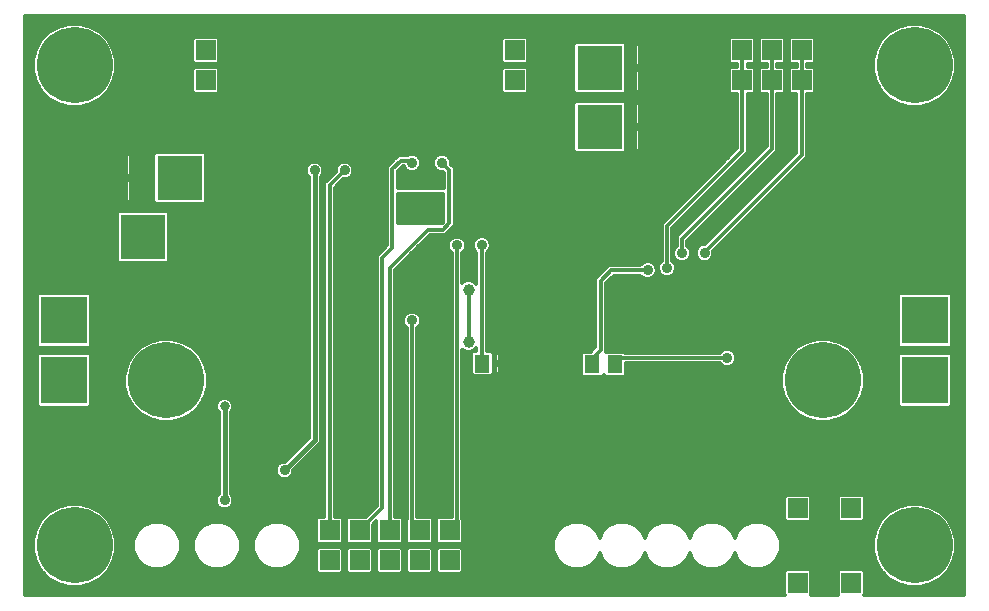
<source format=gbr>
G75*
G70*
%OFA0B0*%
%FSLAX24Y24*%
%IPPOS*%
%LPD*%
%AMOC8*
5,1,8,0,0,1.08239X$1,22.5*
%
%ADD10R,0.0650X0.0650*%
%ADD11R,0.1575X0.1575*%
%ADD12C,0.2540*%
%ADD13R,0.1502X0.1502*%
%ADD14R,0.0660X0.0660*%
%ADD15R,0.1500X0.1500*%
%ADD16R,0.0512X0.0591*%
%ADD17C,0.0357*%
%ADD18C,0.0160*%
%ADD19C,0.0120*%
%ADD20C,0.0317*%
%ADD21C,0.0396*%
D10*
X010660Y006413D03*
X011660Y006413D03*
X012660Y006413D03*
X013660Y006413D03*
X014660Y006413D03*
X014660Y007413D03*
X013660Y007413D03*
X012660Y007413D03*
X011660Y007413D03*
X010660Y007413D03*
X007535Y022413D03*
X006535Y022413D03*
X005535Y022413D03*
X005535Y023413D03*
X006535Y023413D03*
X007535Y023413D03*
X015833Y023413D03*
X016833Y023413D03*
X017833Y023413D03*
X017833Y022413D03*
X016833Y022413D03*
X015833Y022413D03*
X024409Y022413D03*
X025409Y022413D03*
X026409Y022413D03*
X027409Y022413D03*
X027409Y023413D03*
X026409Y023413D03*
X025409Y023413D03*
X024409Y023413D03*
D11*
X030510Y014413D03*
X030510Y012413D03*
X001810Y012413D03*
X001810Y014413D03*
D12*
X005213Y012413D03*
X002160Y006913D03*
X002160Y022913D03*
X027107Y012413D03*
X030160Y006913D03*
X030160Y022913D03*
D13*
X005660Y019163D03*
X004440Y017194D03*
X003219Y019163D03*
D14*
X026274Y008153D03*
X028046Y008153D03*
X028046Y005673D03*
X026274Y005673D03*
D15*
X021660Y020866D03*
X019660Y020866D03*
X019660Y022834D03*
X021660Y022834D03*
D16*
X020168Y012948D03*
X019420Y012948D03*
X016500Y012977D03*
X015752Y012977D03*
D17*
X016410Y013913D03*
X016910Y013913D03*
X017410Y013913D03*
X017410Y013413D03*
X017410Y012913D03*
X019160Y013663D03*
X019160Y014163D03*
X019160Y014663D03*
X019160Y015163D03*
X021266Y016086D03*
X021910Y016163D03*
X022410Y016663D03*
X023160Y016663D03*
X025308Y017671D03*
X025910Y017663D03*
X026410Y017663D03*
X026910Y017663D03*
X027160Y017163D03*
X027660Y017163D03*
X028160Y017163D03*
X028660Y017163D03*
X029160Y017163D03*
X029660Y017163D03*
X030160Y017163D03*
X030660Y017163D03*
X031160Y017163D03*
X031160Y017913D03*
X031160Y018413D03*
X031160Y018913D03*
X029666Y017687D03*
X028662Y017671D03*
X027658Y017655D03*
X027658Y018269D03*
X027910Y015663D03*
X027910Y015163D03*
X028410Y015163D03*
X028410Y015663D03*
X028910Y015663D03*
X028910Y015163D03*
X028910Y014663D03*
X028410Y014663D03*
X025160Y013163D03*
X024660Y013163D03*
X024660Y012663D03*
X025160Y012663D03*
X023910Y013163D03*
X025410Y010663D03*
X025910Y010663D03*
X026410Y010663D03*
X026910Y010663D03*
X029910Y010413D03*
X030410Y010413D03*
X030910Y010413D03*
X031410Y010413D03*
X031410Y009913D03*
X030910Y009913D03*
X030410Y009913D03*
X029910Y009913D03*
X020410Y009663D03*
X019910Y009663D03*
X019910Y010163D03*
X020410Y010163D03*
X019410Y010163D03*
X019410Y009663D03*
X016660Y010663D03*
X016660Y011163D03*
X014410Y010913D03*
X013910Y010913D03*
X011601Y010120D03*
X011593Y009509D03*
X009410Y008663D03*
X008910Y008663D03*
X008910Y008163D03*
X009160Y009413D03*
X007160Y008413D03*
X003910Y008663D03*
X003410Y008663D03*
X003910Y008163D03*
X003910Y009163D03*
X003410Y009163D03*
X003410Y009663D03*
X003910Y009663D03*
X002660Y009413D03*
X002160Y009413D03*
X001660Y009413D03*
X001660Y008913D03*
X002160Y008913D03*
X002660Y008913D03*
X005851Y014171D03*
X005847Y014663D03*
X005841Y015153D03*
X006412Y015161D03*
X006410Y014663D03*
X006910Y014663D03*
X006910Y014163D03*
X006410Y014163D03*
X008542Y014826D03*
X009109Y014830D03*
X009660Y014913D03*
X009660Y015413D03*
X009660Y015913D03*
X009109Y015937D03*
X008542Y015944D03*
X008542Y015405D03*
X009109Y015413D03*
X007910Y016913D03*
X007410Y016913D03*
X007410Y017413D03*
X007910Y017413D03*
X007410Y017913D03*
X006910Y017913D03*
X006398Y017901D03*
X006398Y017417D03*
X006910Y017413D03*
X006910Y016913D03*
X006398Y016913D03*
X002910Y017663D03*
X002410Y017663D03*
X001910Y017663D03*
X001910Y018163D03*
X001910Y018663D03*
X002410Y018163D03*
X002910Y018163D03*
X001910Y019163D03*
X001910Y019663D03*
X001910Y020163D03*
X001910Y020663D03*
X002410Y020663D03*
X002910Y020663D03*
X003410Y020663D03*
X003910Y020663D03*
X004410Y020663D03*
X004910Y020663D03*
X008910Y022913D03*
X009410Y022913D03*
X009910Y022913D03*
X010410Y022913D03*
X010910Y022913D03*
X011410Y022913D03*
X011910Y022913D03*
X012410Y022913D03*
X012910Y022913D03*
X013410Y022913D03*
X013910Y022913D03*
X014410Y022913D03*
X014910Y022913D03*
X014910Y022413D03*
X014410Y022413D03*
X013910Y022413D03*
X013402Y022413D03*
X014243Y021582D03*
X014743Y021582D03*
X015243Y021582D03*
X015743Y021582D03*
X014410Y019663D03*
X013410Y019663D03*
X012160Y018913D03*
X011660Y018913D03*
X011160Y019413D03*
X010160Y019413D03*
X011160Y016913D03*
X012229Y016905D03*
X011160Y015663D03*
X011160Y015163D03*
X011160Y014663D03*
X011160Y014163D03*
X013410Y014413D03*
X014910Y016913D03*
X015731Y016917D03*
X016233Y019295D03*
X021107Y024102D03*
X021579Y024102D03*
X022091Y024102D03*
X022642Y024102D03*
X023154Y024102D03*
X022918Y023413D03*
X023410Y023413D03*
X023410Y022913D03*
X022918Y022913D03*
X022918Y022413D03*
X023410Y022413D03*
X023410Y021913D03*
X022918Y021913D03*
X022910Y021413D03*
X023410Y021413D03*
X023910Y021413D03*
X023910Y020913D03*
X023410Y020913D03*
X022910Y020913D03*
X023410Y020413D03*
X028410Y021913D03*
X028410Y022413D03*
X028410Y022913D03*
X028410Y023413D03*
X014160Y009163D03*
D18*
X010160Y010413D02*
X010160Y019413D01*
X012958Y018614D02*
X012958Y017708D01*
X014392Y017708D01*
X014392Y018614D01*
X012958Y018614D01*
X012958Y018544D02*
X014392Y018544D01*
X014392Y018386D02*
X012958Y018386D01*
X012958Y018227D02*
X014392Y018227D01*
X014392Y018069D02*
X012958Y018069D01*
X012958Y017910D02*
X014392Y017910D01*
X014392Y017752D02*
X012958Y017752D01*
X007160Y011555D02*
X007160Y008405D01*
X007168Y008397D01*
X009160Y009413D02*
X010160Y010413D01*
D19*
X000520Y005273D02*
X000520Y024553D01*
X031800Y024553D01*
X031800Y005273D01*
X028476Y005273D01*
X028496Y005293D01*
X028496Y006053D01*
X028426Y006123D01*
X027666Y006123D01*
X027596Y006053D01*
X027596Y005293D01*
X027616Y005273D01*
X026704Y005273D01*
X026724Y005293D01*
X026724Y006053D01*
X026654Y006123D01*
X025894Y006123D01*
X025824Y006053D01*
X025824Y005293D01*
X025844Y005273D01*
X000520Y005273D01*
X000520Y005387D02*
X025824Y005387D01*
X025824Y005505D02*
X000520Y005505D01*
X000520Y005624D02*
X001613Y005624D01*
X001623Y005618D02*
X001977Y005523D01*
X002343Y005523D01*
X002697Y005618D01*
X003013Y005801D01*
X003272Y006060D01*
X003455Y006376D01*
X003550Y006730D01*
X003550Y007096D01*
X003455Y007450D01*
X003272Y007766D01*
X003013Y008025D01*
X002697Y008208D01*
X002343Y008303D01*
X001977Y008303D01*
X001623Y008208D01*
X001307Y008025D01*
X001048Y007766D01*
X000865Y007450D01*
X000770Y007096D01*
X000770Y006730D01*
X000865Y006376D01*
X001048Y006060D01*
X001307Y005801D01*
X001623Y005618D01*
X001407Y005742D02*
X000520Y005742D01*
X000520Y005861D02*
X001246Y005861D01*
X001128Y005979D02*
X000520Y005979D01*
X000520Y006098D02*
X001026Y006098D01*
X000957Y006216D02*
X000520Y006216D01*
X000520Y006335D02*
X000889Y006335D01*
X000844Y006453D02*
X000520Y006453D01*
X000520Y006572D02*
X000812Y006572D01*
X000781Y006690D02*
X000520Y006690D01*
X000520Y006809D02*
X000770Y006809D01*
X000770Y006927D02*
X000520Y006927D01*
X000520Y007046D02*
X000770Y007046D01*
X000788Y007164D02*
X000520Y007164D01*
X000520Y007283D02*
X000820Y007283D01*
X000852Y007401D02*
X000520Y007401D01*
X000520Y007520D02*
X000905Y007520D01*
X000974Y007638D02*
X000520Y007638D01*
X000520Y007757D02*
X001042Y007757D01*
X001157Y007875D02*
X000520Y007875D01*
X000520Y007994D02*
X001275Y007994D01*
X001458Y008112D02*
X000520Y008112D01*
X000520Y008231D02*
X001708Y008231D01*
X002612Y008231D02*
X006920Y008231D01*
X006907Y008244D02*
X006991Y008160D01*
X007101Y008115D01*
X007219Y008115D01*
X007329Y008160D01*
X007413Y008244D01*
X007458Y008354D01*
X007458Y008472D01*
X007413Y008582D01*
X007360Y008635D01*
X007360Y011361D01*
X007396Y011397D01*
X007439Y011499D01*
X007439Y011610D01*
X007396Y011713D01*
X007318Y011791D01*
X007215Y011833D01*
X007105Y011833D01*
X007002Y011791D01*
X006924Y011713D01*
X006881Y011610D01*
X006881Y011499D01*
X006924Y011397D01*
X006960Y011361D01*
X006960Y008635D01*
X006907Y008582D01*
X006862Y008472D01*
X006862Y008354D01*
X006907Y008244D01*
X006863Y008349D02*
X000520Y008349D01*
X000520Y008468D02*
X006862Y008468D01*
X006911Y008586D02*
X000520Y008586D01*
X000520Y008705D02*
X006960Y008705D01*
X006960Y008824D02*
X000520Y008824D01*
X000520Y008942D02*
X006960Y008942D01*
X006960Y009061D02*
X000520Y009061D01*
X000520Y009179D02*
X006960Y009179D01*
X006960Y009298D02*
X000520Y009298D01*
X000520Y009416D02*
X006960Y009416D01*
X006960Y009535D02*
X000520Y009535D01*
X000520Y009653D02*
X006960Y009653D01*
X006960Y009772D02*
X000520Y009772D01*
X000520Y009890D02*
X006960Y009890D01*
X006960Y010009D02*
X000520Y010009D01*
X000520Y010127D02*
X006960Y010127D01*
X006960Y010246D02*
X000520Y010246D01*
X000520Y010364D02*
X006960Y010364D01*
X006960Y010483D02*
X000520Y010483D01*
X000520Y010601D02*
X006960Y010601D01*
X006960Y010720D02*
X000520Y010720D01*
X000520Y010838D02*
X006960Y010838D01*
X006960Y010957D02*
X000520Y010957D01*
X000520Y011075D02*
X004836Y011075D01*
X004677Y011118D02*
X005030Y011023D01*
X005396Y011023D01*
X005750Y011118D01*
X006067Y011301D01*
X006325Y011560D01*
X006508Y011876D01*
X006603Y012230D01*
X006603Y012596D01*
X006508Y012950D01*
X006325Y013266D01*
X006067Y013525D01*
X005750Y013708D01*
X005396Y013803D01*
X005030Y013803D01*
X004677Y013708D01*
X004360Y013525D01*
X004101Y013266D01*
X003918Y012950D01*
X003823Y012596D01*
X003823Y012230D01*
X003918Y011876D01*
X004101Y011560D01*
X004360Y011301D01*
X004677Y011118D01*
X004545Y011194D02*
X000520Y011194D01*
X000520Y011312D02*
X004348Y011312D01*
X004230Y011431D02*
X000520Y011431D01*
X000520Y011549D02*
X000929Y011549D01*
X000902Y011576D02*
X000972Y011506D01*
X002647Y011506D01*
X002717Y011576D01*
X002717Y013250D01*
X002647Y013320D01*
X000972Y013320D01*
X000902Y013250D01*
X000902Y011576D01*
X000902Y011668D02*
X000520Y011668D01*
X000520Y011786D02*
X000902Y011786D01*
X000902Y011905D02*
X000520Y011905D01*
X000520Y012023D02*
X000902Y012023D01*
X000902Y012142D02*
X000520Y012142D01*
X000520Y012260D02*
X000902Y012260D01*
X000902Y012379D02*
X000520Y012379D01*
X000520Y012497D02*
X000902Y012497D01*
X000902Y012616D02*
X000520Y012616D01*
X000520Y012734D02*
X000902Y012734D01*
X000902Y012853D02*
X000520Y012853D01*
X000520Y012971D02*
X000902Y012971D01*
X000902Y013090D02*
X000520Y013090D01*
X000520Y013208D02*
X000902Y013208D01*
X000972Y013506D02*
X002647Y013506D01*
X002717Y013576D01*
X002717Y015250D01*
X002647Y015320D01*
X000972Y015320D01*
X000902Y015250D01*
X000902Y013576D01*
X000972Y013506D01*
X000915Y013564D02*
X000520Y013564D01*
X000520Y013682D02*
X000902Y013682D01*
X000902Y013801D02*
X000520Y013801D01*
X000520Y013919D02*
X000902Y013919D01*
X000902Y014038D02*
X000520Y014038D01*
X000520Y014156D02*
X000902Y014156D01*
X000902Y014275D02*
X000520Y014275D01*
X000520Y014393D02*
X000902Y014393D01*
X000902Y014512D02*
X000520Y014512D01*
X000520Y014630D02*
X000902Y014630D01*
X000902Y014749D02*
X000520Y014749D01*
X000520Y014867D02*
X000902Y014867D01*
X000902Y014986D02*
X000520Y014986D01*
X000520Y015104D02*
X000902Y015104D01*
X000902Y015223D02*
X000520Y015223D01*
X000520Y015341D02*
X009960Y015341D01*
X009960Y015223D02*
X002717Y015223D01*
X002717Y015104D02*
X009960Y015104D01*
X009960Y014986D02*
X002717Y014986D01*
X002717Y014867D02*
X009960Y014867D01*
X009960Y014749D02*
X002717Y014749D01*
X002717Y014630D02*
X009960Y014630D01*
X009960Y014512D02*
X002717Y014512D01*
X002717Y014393D02*
X009960Y014393D01*
X009960Y014275D02*
X002717Y014275D01*
X002717Y014156D02*
X009960Y014156D01*
X009960Y014038D02*
X002717Y014038D01*
X002717Y013919D02*
X009960Y013919D01*
X009960Y013801D02*
X005405Y013801D01*
X005021Y013801D02*
X002717Y013801D01*
X002717Y013682D02*
X004631Y013682D01*
X004426Y013564D02*
X002705Y013564D01*
X002717Y013208D02*
X004067Y013208D01*
X003999Y013090D02*
X002717Y013090D01*
X002717Y012971D02*
X003930Y012971D01*
X003892Y012853D02*
X002717Y012853D01*
X002717Y012734D02*
X003860Y012734D01*
X003828Y012616D02*
X002717Y012616D01*
X002717Y012497D02*
X003823Y012497D01*
X003823Y012379D02*
X002717Y012379D01*
X002717Y012260D02*
X003823Y012260D01*
X003847Y012142D02*
X002717Y012142D01*
X002717Y012023D02*
X003879Y012023D01*
X003910Y011905D02*
X002717Y011905D01*
X002717Y011786D02*
X003970Y011786D01*
X004039Y011668D02*
X002717Y011668D01*
X002690Y011549D02*
X004111Y011549D01*
X005590Y011075D02*
X006960Y011075D01*
X006960Y011194D02*
X005881Y011194D01*
X006078Y011312D02*
X006960Y011312D01*
X006910Y011431D02*
X006196Y011431D01*
X006315Y011549D02*
X006881Y011549D01*
X006905Y011668D02*
X006388Y011668D01*
X006456Y011786D02*
X006997Y011786D01*
X007323Y011786D02*
X009960Y011786D01*
X009960Y011668D02*
X007415Y011668D01*
X007439Y011549D02*
X009960Y011549D01*
X009960Y011431D02*
X007410Y011431D01*
X007360Y011312D02*
X009960Y011312D01*
X009960Y011194D02*
X007360Y011194D01*
X007360Y011075D02*
X009960Y011075D01*
X009960Y010957D02*
X007360Y010957D01*
X007360Y010838D02*
X009960Y010838D01*
X009960Y010720D02*
X007360Y010720D01*
X007360Y010601D02*
X009960Y010601D01*
X009960Y010496D02*
X009176Y009711D01*
X009101Y009711D01*
X008991Y009666D01*
X008907Y009582D01*
X008862Y009472D01*
X008862Y009354D01*
X008907Y009244D01*
X008991Y009160D01*
X009101Y009115D01*
X009219Y009115D01*
X009329Y009160D01*
X009413Y009244D01*
X009458Y009354D01*
X009458Y009429D01*
X010243Y010213D01*
X010360Y010330D01*
X010360Y019191D01*
X010413Y019244D01*
X010458Y019354D01*
X010458Y019472D01*
X010413Y019582D01*
X010329Y019666D01*
X010219Y019711D01*
X010101Y019711D01*
X009991Y019666D01*
X009907Y019582D01*
X009862Y019472D01*
X009862Y019354D01*
X009907Y019244D01*
X009960Y019191D01*
X009960Y010496D01*
X009947Y010483D02*
X007360Y010483D01*
X007360Y010364D02*
X009828Y010364D01*
X009710Y010246D02*
X007360Y010246D01*
X007360Y010127D02*
X009591Y010127D01*
X009473Y010009D02*
X007360Y010009D01*
X007360Y009890D02*
X009354Y009890D01*
X009236Y009772D02*
X007360Y009772D01*
X007360Y009653D02*
X008978Y009653D01*
X008887Y009535D02*
X007360Y009535D01*
X007360Y009416D02*
X008862Y009416D01*
X008885Y009298D02*
X007360Y009298D01*
X007360Y009179D02*
X008972Y009179D01*
X009348Y009179D02*
X010480Y009179D01*
X010480Y009061D02*
X007360Y009061D01*
X007360Y008942D02*
X010480Y008942D01*
X010480Y008824D02*
X007360Y008824D01*
X007360Y008705D02*
X010480Y008705D01*
X010480Y008586D02*
X007409Y008586D01*
X007458Y008468D02*
X010480Y008468D01*
X010480Y008349D02*
X007457Y008349D01*
X007400Y008231D02*
X010480Y008231D01*
X010480Y008112D02*
X002862Y008112D01*
X003045Y007994D02*
X010480Y007994D01*
X010480Y007875D02*
X003163Y007875D01*
X003278Y007757D02*
X010215Y007757D01*
X010215Y007788D02*
X010215Y007038D01*
X010285Y006968D01*
X011035Y006968D01*
X011105Y007038D01*
X011105Y007788D01*
X011035Y007858D01*
X010840Y007858D01*
X010840Y018838D01*
X011116Y019115D01*
X011219Y019115D01*
X011329Y019160D01*
X011413Y019244D01*
X011458Y019354D01*
X011458Y019472D01*
X011413Y019582D01*
X011329Y019666D01*
X011219Y019711D01*
X011101Y019711D01*
X010991Y019666D01*
X010907Y019582D01*
X010862Y019472D01*
X010862Y019369D01*
X010480Y018988D01*
X010480Y007858D01*
X010285Y007858D01*
X010215Y007788D01*
X010215Y007638D02*
X009227Y007638D01*
X009358Y007584D02*
X009067Y007704D01*
X008753Y007704D01*
X008462Y007584D01*
X008239Y007361D01*
X008119Y007070D01*
X008119Y006756D01*
X008239Y006465D01*
X008462Y006242D01*
X008753Y006121D01*
X009067Y006121D01*
X009358Y006242D01*
X009581Y006465D01*
X009701Y006756D01*
X009701Y007070D01*
X009581Y007361D01*
X009358Y007584D01*
X009422Y007520D02*
X010215Y007520D01*
X010215Y007401D02*
X009541Y007401D01*
X009613Y007283D02*
X010215Y007283D01*
X010215Y007164D02*
X009663Y007164D01*
X009701Y007046D02*
X010215Y007046D01*
X010285Y006858D02*
X010215Y006788D01*
X010215Y006038D01*
X010285Y005968D01*
X011035Y005968D01*
X011105Y006038D01*
X011105Y006788D01*
X011035Y006858D01*
X010285Y006858D01*
X010236Y006809D02*
X009701Y006809D01*
X009701Y006927D02*
X018119Y006927D01*
X018119Y006809D02*
X015084Y006809D01*
X015105Y006788D02*
X015035Y006858D01*
X014285Y006858D01*
X014215Y006788D01*
X014215Y006038D01*
X014285Y005968D01*
X015035Y005968D01*
X015105Y006038D01*
X015105Y006788D01*
X015105Y006690D02*
X018145Y006690D01*
X018119Y006756D02*
X018239Y006465D01*
X018462Y006242D01*
X018753Y006121D01*
X019067Y006121D01*
X019358Y006242D01*
X019581Y006465D01*
X019660Y006655D01*
X019739Y006465D01*
X019962Y006242D01*
X020253Y006121D01*
X020567Y006121D01*
X020858Y006242D01*
X021081Y006465D01*
X021160Y006655D01*
X021239Y006465D01*
X021462Y006242D01*
X021753Y006121D01*
X022067Y006121D01*
X022358Y006242D01*
X022581Y006465D01*
X022660Y006655D01*
X022739Y006465D01*
X022962Y006242D01*
X023253Y006121D01*
X023567Y006121D01*
X023858Y006242D01*
X024081Y006465D01*
X024160Y006655D01*
X024239Y006465D01*
X024462Y006242D01*
X024753Y006121D01*
X025067Y006121D01*
X025358Y006242D01*
X025581Y006465D01*
X025701Y006756D01*
X025701Y007070D01*
X025581Y007361D01*
X025358Y007584D01*
X025067Y007704D01*
X024753Y007704D01*
X024462Y007584D01*
X024239Y007361D01*
X024160Y007171D01*
X024081Y007361D01*
X023858Y007584D01*
X023567Y007704D01*
X023253Y007704D01*
X022962Y007584D01*
X022739Y007361D01*
X022660Y007171D01*
X022581Y007361D01*
X022358Y007584D01*
X022067Y007704D01*
X021753Y007704D01*
X021462Y007584D01*
X021239Y007361D01*
X021160Y007171D01*
X021081Y007361D01*
X020858Y007584D01*
X020567Y007704D01*
X020253Y007704D01*
X019962Y007584D01*
X019739Y007361D01*
X019660Y007171D01*
X019581Y007361D01*
X019358Y007584D01*
X019067Y007704D01*
X018753Y007704D01*
X018462Y007584D01*
X018239Y007361D01*
X018119Y007070D01*
X018119Y006756D01*
X018195Y006572D02*
X015105Y006572D01*
X015105Y006453D02*
X018250Y006453D01*
X018369Y006335D02*
X015105Y006335D01*
X015105Y006216D02*
X018523Y006216D01*
X019297Y006216D02*
X020023Y006216D01*
X019869Y006335D02*
X019451Y006335D01*
X019570Y006453D02*
X019750Y006453D01*
X019695Y006572D02*
X019625Y006572D01*
X019613Y007283D02*
X019707Y007283D01*
X019779Y007401D02*
X019541Y007401D01*
X019422Y007520D02*
X019898Y007520D01*
X020093Y007638D02*
X019227Y007638D01*
X018593Y007638D02*
X015105Y007638D01*
X015105Y007520D02*
X018398Y007520D01*
X018279Y007401D02*
X015105Y007401D01*
X015105Y007283D02*
X018207Y007283D01*
X018157Y007164D02*
X015105Y007164D01*
X015105Y007046D02*
X018119Y007046D01*
X020727Y007638D02*
X021593Y007638D01*
X021398Y007520D02*
X020922Y007520D01*
X021041Y007401D02*
X021279Y007401D01*
X021207Y007283D02*
X021113Y007283D01*
X021125Y006572D02*
X021195Y006572D01*
X021250Y006453D02*
X021070Y006453D01*
X020951Y006335D02*
X021369Y006335D01*
X021523Y006216D02*
X020797Y006216D01*
X022297Y006216D02*
X023023Y006216D01*
X022869Y006335D02*
X022451Y006335D01*
X022570Y006453D02*
X022750Y006453D01*
X022695Y006572D02*
X022625Y006572D01*
X022613Y007283D02*
X022707Y007283D01*
X022779Y007401D02*
X022541Y007401D01*
X022422Y007520D02*
X022898Y007520D01*
X023093Y007638D02*
X022227Y007638D01*
X023727Y007638D02*
X024593Y007638D01*
X024398Y007520D02*
X023922Y007520D01*
X024041Y007401D02*
X024279Y007401D01*
X024207Y007283D02*
X024113Y007283D01*
X024125Y006572D02*
X024195Y006572D01*
X024250Y006453D02*
X024070Y006453D01*
X023951Y006335D02*
X024369Y006335D01*
X024523Y006216D02*
X023797Y006216D01*
X025297Y006216D02*
X028957Y006216D01*
X029026Y006098D02*
X028450Y006098D01*
X028496Y005979D02*
X029128Y005979D01*
X029048Y006060D02*
X028865Y006376D01*
X028770Y006730D01*
X028770Y007096D01*
X028865Y007450D01*
X029048Y007766D01*
X029307Y008025D01*
X029623Y008208D01*
X029977Y008303D01*
X030343Y008303D01*
X030697Y008208D01*
X031013Y008025D01*
X031272Y007766D01*
X031455Y007450D01*
X031550Y007096D01*
X031550Y006730D01*
X031455Y006376D01*
X031272Y006060D01*
X031013Y005801D01*
X030697Y005618D01*
X030343Y005523D01*
X029977Y005523D01*
X029623Y005618D01*
X029307Y005801D01*
X029048Y006060D01*
X029246Y005861D02*
X028496Y005861D01*
X028496Y005742D02*
X029407Y005742D01*
X029613Y005624D02*
X028496Y005624D01*
X028496Y005505D02*
X031800Y005505D01*
X031800Y005387D02*
X028496Y005387D01*
X027596Y005387D02*
X026724Y005387D01*
X026724Y005505D02*
X027596Y005505D01*
X027596Y005624D02*
X026724Y005624D01*
X026724Y005742D02*
X027596Y005742D01*
X027596Y005861D02*
X026724Y005861D01*
X026724Y005979D02*
X027596Y005979D01*
X027641Y006098D02*
X026679Y006098D01*
X025870Y006098D02*
X015105Y006098D01*
X015046Y005979D02*
X025824Y005979D01*
X025824Y005861D02*
X003074Y005861D01*
X003192Y005979D02*
X010274Y005979D01*
X010215Y006098D02*
X003294Y006098D01*
X003363Y006216D02*
X004523Y006216D01*
X004462Y006242D02*
X004753Y006121D01*
X005067Y006121D01*
X005358Y006242D01*
X005581Y006465D01*
X005701Y006756D01*
X005701Y007070D01*
X005581Y007361D01*
X005358Y007584D01*
X005067Y007704D01*
X004753Y007704D01*
X004462Y007584D01*
X004239Y007361D01*
X004119Y007070D01*
X004119Y006756D01*
X004239Y006465D01*
X004462Y006242D01*
X004369Y006335D02*
X003431Y006335D01*
X003476Y006453D02*
X004250Y006453D01*
X004195Y006572D02*
X003508Y006572D01*
X003539Y006690D02*
X004145Y006690D01*
X004119Y006809D02*
X003550Y006809D01*
X003550Y006927D02*
X004119Y006927D01*
X004119Y007046D02*
X003550Y007046D01*
X003532Y007164D02*
X004157Y007164D01*
X004207Y007283D02*
X003500Y007283D01*
X003468Y007401D02*
X004279Y007401D01*
X004398Y007520D02*
X003415Y007520D01*
X003346Y007638D02*
X004593Y007638D01*
X005227Y007638D02*
X006593Y007638D01*
X006462Y007584D02*
X006239Y007361D01*
X006119Y007070D01*
X006119Y006756D01*
X006239Y006465D01*
X006462Y006242D01*
X006753Y006121D01*
X007067Y006121D01*
X007358Y006242D01*
X007581Y006465D01*
X007701Y006756D01*
X007701Y007070D01*
X007581Y007361D01*
X007358Y007584D01*
X007067Y007704D01*
X006753Y007704D01*
X006462Y007584D01*
X006398Y007520D02*
X005422Y007520D01*
X005541Y007401D02*
X006279Y007401D01*
X006207Y007283D02*
X005613Y007283D01*
X005663Y007164D02*
X006157Y007164D01*
X006119Y007046D02*
X005701Y007046D01*
X005701Y006927D02*
X006119Y006927D01*
X006119Y006809D02*
X005701Y006809D01*
X005675Y006690D02*
X006145Y006690D01*
X006195Y006572D02*
X005625Y006572D01*
X005570Y006453D02*
X006250Y006453D01*
X006369Y006335D02*
X005451Y006335D01*
X005297Y006216D02*
X006523Y006216D01*
X007297Y006216D02*
X008523Y006216D01*
X008369Y006335D02*
X007451Y006335D01*
X007570Y006453D02*
X008250Y006453D01*
X008195Y006572D02*
X007625Y006572D01*
X007675Y006690D02*
X008145Y006690D01*
X008119Y006809D02*
X007701Y006809D01*
X007701Y006927D02*
X008119Y006927D01*
X008119Y007046D02*
X007701Y007046D01*
X007663Y007164D02*
X008157Y007164D01*
X008207Y007283D02*
X007613Y007283D01*
X007541Y007401D02*
X008279Y007401D01*
X008398Y007520D02*
X007422Y007520D01*
X007227Y007638D02*
X008593Y007638D01*
X009675Y006690D02*
X010215Y006690D01*
X010215Y006572D02*
X009625Y006572D01*
X009570Y006453D02*
X010215Y006453D01*
X010215Y006335D02*
X009451Y006335D01*
X009297Y006216D02*
X010215Y006216D01*
X011046Y005979D02*
X011274Y005979D01*
X011285Y005968D02*
X012035Y005968D01*
X012105Y006038D01*
X012105Y006788D01*
X012035Y006858D01*
X011285Y006858D01*
X011215Y006788D01*
X011215Y006038D01*
X011285Y005968D01*
X011215Y006098D02*
X011105Y006098D01*
X011105Y006216D02*
X011215Y006216D01*
X011215Y006335D02*
X011105Y006335D01*
X011105Y006453D02*
X011215Y006453D01*
X011215Y006572D02*
X011105Y006572D01*
X011105Y006690D02*
X011215Y006690D01*
X011236Y006809D02*
X011084Y006809D01*
X011105Y007046D02*
X011215Y007046D01*
X011215Y007038D02*
X011285Y006968D01*
X012035Y006968D01*
X012105Y007038D01*
X012105Y007603D01*
X012215Y007713D01*
X012215Y007038D01*
X012285Y006968D01*
X013035Y006968D01*
X013105Y007038D01*
X013105Y007788D01*
X013035Y007858D01*
X012840Y007858D01*
X012840Y016098D01*
X014002Y017261D01*
X014510Y017261D01*
X014731Y017481D01*
X014836Y017586D01*
X014836Y019488D01*
X014708Y019615D01*
X014708Y019722D01*
X014663Y019832D01*
X014579Y019916D01*
X014469Y019961D01*
X014351Y019961D01*
X014241Y019916D01*
X014157Y019832D01*
X014112Y019722D01*
X014112Y019604D01*
X014157Y019494D01*
X014241Y019410D01*
X014351Y019365D01*
X014450Y019365D01*
X014476Y019338D01*
X014476Y018813D01*
X014475Y018814D01*
X012938Y018814D01*
X012938Y019386D01*
X013113Y019560D01*
X013130Y019560D01*
X013157Y019494D01*
X013241Y019410D01*
X013351Y019365D01*
X013469Y019365D01*
X013579Y019410D01*
X013663Y019494D01*
X013708Y019604D01*
X013708Y019722D01*
X013663Y019832D01*
X013579Y019916D01*
X013469Y019961D01*
X013351Y019961D01*
X013250Y019920D01*
X012963Y019920D01*
X012858Y019814D01*
X012578Y019535D01*
X012578Y016913D01*
X012230Y016564D01*
X012230Y008238D01*
X011850Y007858D01*
X011285Y007858D01*
X011215Y007788D01*
X011215Y007038D01*
X011215Y007164D02*
X011105Y007164D01*
X011105Y007283D02*
X011215Y007283D01*
X011215Y007401D02*
X011105Y007401D01*
X011105Y007520D02*
X011215Y007520D01*
X011215Y007638D02*
X011105Y007638D01*
X011105Y007757D02*
X011215Y007757D01*
X010840Y007875D02*
X011868Y007875D01*
X011986Y007994D02*
X010840Y007994D01*
X010840Y008112D02*
X012105Y008112D01*
X012223Y008231D02*
X010840Y008231D01*
X010840Y008349D02*
X012230Y008349D01*
X012230Y008468D02*
X010840Y008468D01*
X010840Y008586D02*
X012230Y008586D01*
X012230Y008705D02*
X010840Y008705D01*
X010840Y008824D02*
X012230Y008824D01*
X012230Y008942D02*
X010840Y008942D01*
X010840Y009061D02*
X012230Y009061D01*
X012230Y009179D02*
X010840Y009179D01*
X010840Y009298D02*
X012230Y009298D01*
X012230Y009416D02*
X010840Y009416D01*
X010840Y009535D02*
X012230Y009535D01*
X012230Y009653D02*
X010840Y009653D01*
X010840Y009772D02*
X012230Y009772D01*
X012230Y009890D02*
X010840Y009890D01*
X010840Y010009D02*
X012230Y010009D01*
X012230Y010127D02*
X010840Y010127D01*
X010840Y010246D02*
X012230Y010246D01*
X012230Y010364D02*
X010840Y010364D01*
X010840Y010483D02*
X012230Y010483D01*
X012230Y010601D02*
X010840Y010601D01*
X010840Y010720D02*
X012230Y010720D01*
X012230Y010838D02*
X010840Y010838D01*
X010840Y010957D02*
X012230Y010957D01*
X012230Y011075D02*
X010840Y011075D01*
X010840Y011194D02*
X012230Y011194D01*
X012230Y011312D02*
X010840Y011312D01*
X010840Y011431D02*
X012230Y011431D01*
X012230Y011549D02*
X010840Y011549D01*
X010840Y011668D02*
X012230Y011668D01*
X012230Y011786D02*
X010840Y011786D01*
X010840Y011905D02*
X012230Y011905D01*
X012230Y012023D02*
X010840Y012023D01*
X010840Y012142D02*
X012230Y012142D01*
X012230Y012260D02*
X010840Y012260D01*
X010840Y012379D02*
X012230Y012379D01*
X012230Y012497D02*
X010840Y012497D01*
X010840Y012616D02*
X012230Y012616D01*
X012230Y012734D02*
X010840Y012734D01*
X010840Y012853D02*
X012230Y012853D01*
X012230Y012971D02*
X010840Y012971D01*
X010840Y013090D02*
X012230Y013090D01*
X012230Y013208D02*
X010840Y013208D01*
X010840Y013327D02*
X012230Y013327D01*
X012230Y013445D02*
X010840Y013445D01*
X010840Y013564D02*
X012230Y013564D01*
X012230Y013682D02*
X010840Y013682D01*
X010840Y013801D02*
X012230Y013801D01*
X012230Y013919D02*
X010840Y013919D01*
X010840Y014038D02*
X012230Y014038D01*
X012230Y014156D02*
X010840Y014156D01*
X010840Y014275D02*
X012230Y014275D01*
X012230Y014393D02*
X010840Y014393D01*
X010840Y014512D02*
X012230Y014512D01*
X012230Y014630D02*
X010840Y014630D01*
X010840Y014749D02*
X012230Y014749D01*
X012230Y014867D02*
X010840Y014867D01*
X010840Y014986D02*
X012230Y014986D01*
X012230Y015104D02*
X010840Y015104D01*
X010840Y015223D02*
X012230Y015223D01*
X012230Y015341D02*
X010840Y015341D01*
X010840Y015460D02*
X012230Y015460D01*
X012230Y015578D02*
X010840Y015578D01*
X010840Y015697D02*
X012230Y015697D01*
X012230Y015815D02*
X010840Y015815D01*
X010840Y015934D02*
X012230Y015934D01*
X012230Y016052D02*
X010840Y016052D01*
X010840Y016171D02*
X012230Y016171D01*
X012230Y016289D02*
X010840Y016289D01*
X010840Y016408D02*
X012230Y016408D01*
X012230Y016526D02*
X010840Y016526D01*
X010840Y016645D02*
X012310Y016645D01*
X012429Y016763D02*
X010840Y016763D01*
X010840Y016882D02*
X012547Y016882D01*
X012578Y017000D02*
X010840Y017000D01*
X010840Y017119D02*
X012578Y017119D01*
X012578Y017237D02*
X010840Y017237D01*
X010840Y017356D02*
X012578Y017356D01*
X012578Y017474D02*
X010840Y017474D01*
X010840Y017593D02*
X012578Y017593D01*
X012578Y017711D02*
X010840Y017711D01*
X010840Y017830D02*
X012578Y017830D01*
X012578Y017948D02*
X010840Y017948D01*
X010840Y018067D02*
X012578Y018067D01*
X012578Y018185D02*
X010840Y018185D01*
X010840Y018304D02*
X012578Y018304D01*
X012578Y018422D02*
X010840Y018422D01*
X010840Y018541D02*
X012578Y018541D01*
X012578Y018659D02*
X010840Y018659D01*
X010840Y018778D02*
X012578Y018778D01*
X012578Y018896D02*
X010898Y018896D01*
X011016Y019015D02*
X012578Y019015D01*
X012578Y019133D02*
X011264Y019133D01*
X011416Y019252D02*
X012578Y019252D01*
X012578Y019370D02*
X011458Y019370D01*
X011452Y019489D02*
X012578Y019489D01*
X012651Y019607D02*
X011388Y019607D01*
X011160Y019413D02*
X010660Y018913D01*
X010660Y007413D01*
X011660Y007413D02*
X012410Y008163D01*
X012410Y016490D01*
X012758Y016838D01*
X012758Y019460D01*
X013038Y019740D01*
X013333Y019740D01*
X013410Y019663D01*
X013651Y019844D02*
X014169Y019844D01*
X014113Y019726D02*
X013707Y019726D01*
X013708Y019607D02*
X014112Y019607D01*
X014162Y019489D02*
X013658Y019489D01*
X013483Y019370D02*
X014337Y019370D01*
X014476Y019252D02*
X012938Y019252D01*
X012938Y019370D02*
X013337Y019370D01*
X013162Y019489D02*
X013041Y019489D01*
X012769Y019726D02*
X006531Y019726D01*
X006531Y019844D02*
X012888Y019844D01*
X012938Y019133D02*
X014476Y019133D01*
X014476Y019015D02*
X012938Y019015D01*
X012938Y018896D02*
X014476Y018896D01*
X014836Y018896D02*
X022983Y018896D01*
X023101Y019015D02*
X014836Y019015D01*
X014836Y019133D02*
X023220Y019133D01*
X023338Y019252D02*
X014836Y019252D01*
X014836Y019370D02*
X023457Y019370D01*
X023575Y019489D02*
X014835Y019489D01*
X014717Y019607D02*
X023694Y019607D01*
X023812Y019726D02*
X014707Y019726D01*
X014651Y019844D02*
X023931Y019844D01*
X024049Y019963D02*
X006531Y019963D01*
X006531Y019964D02*
X006461Y020034D01*
X004859Y020034D01*
X004789Y019964D01*
X004789Y018362D01*
X004859Y018292D01*
X006461Y018292D01*
X006531Y018362D01*
X006531Y019964D01*
X006531Y019607D02*
X009932Y019607D01*
X009868Y019489D02*
X006531Y019489D01*
X006531Y019370D02*
X009862Y019370D01*
X009904Y019252D02*
X006531Y019252D01*
X006531Y019133D02*
X009960Y019133D01*
X009960Y019015D02*
X006531Y019015D01*
X006531Y018896D02*
X009960Y018896D01*
X009960Y018778D02*
X006531Y018778D01*
X006531Y018659D02*
X009960Y018659D01*
X009960Y018541D02*
X006531Y018541D01*
X006531Y018422D02*
X009960Y018422D01*
X009960Y018304D02*
X006473Y018304D01*
X005311Y017995D02*
X005240Y018066D01*
X003639Y018066D01*
X003568Y017995D01*
X003568Y016394D01*
X003639Y016323D01*
X005240Y016323D01*
X005311Y016394D01*
X005311Y017995D01*
X005311Y017948D02*
X009960Y017948D01*
X009960Y017830D02*
X005311Y017830D01*
X005311Y017711D02*
X009960Y017711D01*
X009960Y017593D02*
X005311Y017593D01*
X005311Y017474D02*
X009960Y017474D01*
X009960Y017356D02*
X005311Y017356D01*
X005311Y017237D02*
X009960Y017237D01*
X009960Y017119D02*
X005311Y017119D01*
X005311Y017000D02*
X009960Y017000D01*
X009960Y016882D02*
X005311Y016882D01*
X005311Y016763D02*
X009960Y016763D01*
X009960Y016645D02*
X005311Y016645D01*
X005311Y016526D02*
X009960Y016526D01*
X009960Y016408D02*
X005311Y016408D01*
X003568Y016408D02*
X000520Y016408D01*
X000520Y016526D02*
X003568Y016526D01*
X003568Y016645D02*
X000520Y016645D01*
X000520Y016763D02*
X003568Y016763D01*
X003568Y016882D02*
X000520Y016882D01*
X000520Y017000D02*
X003568Y017000D01*
X003568Y017119D02*
X000520Y017119D01*
X000520Y017237D02*
X003568Y017237D01*
X003568Y017356D02*
X000520Y017356D01*
X000520Y017474D02*
X003568Y017474D01*
X003568Y017593D02*
X000520Y017593D01*
X000520Y017711D02*
X003568Y017711D01*
X003568Y017830D02*
X000520Y017830D01*
X000520Y017948D02*
X003568Y017948D01*
X003279Y018352D02*
X003982Y018352D01*
X004004Y018361D01*
X004021Y018378D01*
X004030Y018400D01*
X004030Y019103D01*
X003279Y019103D01*
X003279Y018352D01*
X003279Y018422D02*
X003159Y018422D01*
X003159Y018352D02*
X003159Y019103D01*
X002408Y019103D01*
X002408Y018400D01*
X002417Y018378D01*
X002434Y018361D01*
X002456Y018352D01*
X003159Y018352D01*
X003159Y018541D02*
X003279Y018541D01*
X003279Y018659D02*
X003159Y018659D01*
X003159Y018778D02*
X003279Y018778D01*
X003279Y018896D02*
X003159Y018896D01*
X003159Y019015D02*
X003279Y019015D01*
X003279Y019103D02*
X003159Y019103D01*
X003159Y019223D01*
X002408Y019223D01*
X002408Y019926D01*
X002417Y019948D01*
X002434Y019965D01*
X002456Y019974D01*
X003159Y019974D01*
X003159Y019223D01*
X003279Y019223D01*
X003279Y019974D01*
X003982Y019974D01*
X004004Y019965D01*
X004021Y019948D01*
X004030Y019926D01*
X004030Y019223D01*
X003279Y019223D01*
X003279Y019103D01*
X003279Y019133D02*
X004789Y019133D01*
X004789Y019015D02*
X004030Y019015D01*
X004030Y018896D02*
X004789Y018896D01*
X004789Y018778D02*
X004030Y018778D01*
X004030Y018659D02*
X004789Y018659D01*
X004789Y018541D02*
X004030Y018541D01*
X004030Y018422D02*
X004789Y018422D01*
X004847Y018304D02*
X000520Y018304D01*
X000520Y018422D02*
X002408Y018422D01*
X002408Y018541D02*
X000520Y018541D01*
X000520Y018659D02*
X002408Y018659D01*
X002408Y018778D02*
X000520Y018778D01*
X000520Y018896D02*
X002408Y018896D01*
X002408Y019015D02*
X000520Y019015D01*
X000520Y019133D02*
X003159Y019133D01*
X003159Y019252D02*
X003279Y019252D01*
X003279Y019370D02*
X003159Y019370D01*
X003159Y019489D02*
X003279Y019489D01*
X003279Y019607D02*
X003159Y019607D01*
X003159Y019726D02*
X003279Y019726D01*
X003279Y019844D02*
X003159Y019844D01*
X003159Y019963D02*
X003279Y019963D01*
X004007Y019963D02*
X004789Y019963D01*
X004789Y019844D02*
X004030Y019844D01*
X004030Y019726D02*
X004789Y019726D01*
X004789Y019607D02*
X004030Y019607D01*
X004030Y019489D02*
X004789Y019489D01*
X004789Y019370D02*
X004030Y019370D01*
X004030Y019252D02*
X004789Y019252D01*
X002408Y019252D02*
X000520Y019252D01*
X000520Y019370D02*
X002408Y019370D01*
X002408Y019489D02*
X000520Y019489D01*
X000520Y019607D02*
X002408Y019607D01*
X002408Y019726D02*
X000520Y019726D01*
X000520Y019844D02*
X002408Y019844D01*
X002431Y019963D02*
X000520Y019963D01*
X000520Y020081D02*
X018790Y020081D01*
X018790Y020066D02*
X018860Y019996D01*
X020460Y019996D01*
X020530Y020066D01*
X020530Y021665D01*
X020460Y021736D01*
X018860Y021736D01*
X018790Y021665D01*
X018790Y020066D01*
X018790Y020200D02*
X000520Y020200D01*
X000520Y020318D02*
X018790Y020318D01*
X018790Y020437D02*
X000520Y020437D01*
X000520Y020555D02*
X018790Y020555D01*
X018790Y020674D02*
X000520Y020674D01*
X000520Y020792D02*
X018790Y020792D01*
X018790Y020911D02*
X000520Y020911D01*
X000520Y021029D02*
X018790Y021029D01*
X018790Y021148D02*
X000520Y021148D01*
X000520Y021266D02*
X018790Y021266D01*
X018790Y021385D02*
X000520Y021385D01*
X000520Y021503D02*
X018790Y021503D01*
X018790Y021622D02*
X002703Y021622D01*
X002697Y021618D02*
X003013Y021801D01*
X003272Y022060D01*
X003455Y022376D01*
X003550Y022730D01*
X003550Y023096D01*
X003455Y023450D01*
X003272Y023766D01*
X003013Y024025D01*
X002697Y024208D01*
X002343Y024303D01*
X001977Y024303D01*
X001623Y024208D01*
X001307Y024025D01*
X001048Y023766D01*
X000865Y023450D01*
X000770Y023096D01*
X000770Y022730D01*
X000865Y022376D01*
X001048Y022060D01*
X001307Y021801D01*
X001623Y021618D01*
X001977Y021523D01*
X002343Y021523D01*
X002697Y021618D01*
X002908Y021740D02*
X024232Y021740D01*
X024232Y021622D02*
X022470Y021622D01*
X022470Y021628D02*
X022461Y021650D01*
X022444Y021667D01*
X022422Y021676D01*
X021720Y021676D01*
X021720Y020926D01*
X021600Y020926D01*
X021600Y021676D01*
X020898Y021676D01*
X020876Y021667D01*
X020859Y021650D01*
X020850Y021628D01*
X020850Y020926D01*
X021600Y020926D01*
X021600Y020806D01*
X020850Y020806D01*
X020850Y020104D01*
X020859Y020082D01*
X020876Y020065D01*
X020898Y020056D01*
X021600Y020056D01*
X021600Y020806D01*
X021720Y020806D01*
X021720Y020926D01*
X022470Y020926D01*
X022470Y021628D01*
X022470Y021503D02*
X024232Y021503D01*
X024232Y021385D02*
X022470Y021385D01*
X022470Y021266D02*
X024232Y021266D01*
X024232Y021148D02*
X022470Y021148D01*
X022470Y021029D02*
X024232Y021029D01*
X024232Y020911D02*
X021720Y020911D01*
X021720Y020806D02*
X022470Y020806D01*
X022470Y020104D01*
X022461Y020082D01*
X022444Y020065D01*
X022422Y020056D01*
X021720Y020056D01*
X021720Y020806D01*
X021720Y020792D02*
X021600Y020792D01*
X021600Y020674D02*
X021720Y020674D01*
X021720Y020555D02*
X021600Y020555D01*
X021600Y020437D02*
X021720Y020437D01*
X021720Y020318D02*
X021600Y020318D01*
X021600Y020200D02*
X021720Y020200D01*
X021720Y020081D02*
X021600Y020081D01*
X020860Y020081D02*
X020530Y020081D01*
X020530Y020200D02*
X020850Y020200D01*
X020850Y020318D02*
X020530Y020318D01*
X020530Y020437D02*
X020850Y020437D01*
X020850Y020555D02*
X020530Y020555D01*
X020530Y020674D02*
X020850Y020674D01*
X020850Y020792D02*
X020530Y020792D01*
X020530Y020911D02*
X021600Y020911D01*
X021600Y021029D02*
X021720Y021029D01*
X021720Y021148D02*
X021600Y021148D01*
X021600Y021266D02*
X021720Y021266D01*
X021720Y021385D02*
X021600Y021385D01*
X021600Y021503D02*
X021720Y021503D01*
X021720Y021622D02*
X021600Y021622D01*
X021600Y022024D02*
X020898Y022024D01*
X020876Y022033D01*
X020859Y022050D01*
X020850Y022072D01*
X020850Y022774D01*
X021600Y022774D01*
X021720Y022774D01*
X021720Y022024D01*
X022422Y022024D01*
X022444Y022033D01*
X022461Y022050D01*
X022470Y022072D01*
X022470Y022774D01*
X021720Y022774D01*
X021720Y022894D01*
X022470Y022894D01*
X022470Y023596D01*
X022461Y023618D01*
X022444Y023635D01*
X022422Y023644D01*
X021720Y023644D01*
X021720Y022894D01*
X021600Y022894D01*
X021600Y022774D01*
X021600Y022024D01*
X021600Y022096D02*
X021720Y022096D01*
X021720Y022214D02*
X021600Y022214D01*
X021600Y022333D02*
X021720Y022333D01*
X021720Y022451D02*
X021600Y022451D01*
X021600Y022570D02*
X021720Y022570D01*
X021720Y022688D02*
X021600Y022688D01*
X021600Y022807D02*
X020530Y022807D01*
X020530Y022925D02*
X020850Y022925D01*
X020850Y022894D02*
X021600Y022894D01*
X021600Y023644D01*
X020898Y023644D01*
X020876Y023635D01*
X020859Y023618D01*
X020850Y023596D01*
X020850Y022894D01*
X020850Y023044D02*
X020530Y023044D01*
X020530Y023162D02*
X020850Y023162D01*
X020850Y023281D02*
X020530Y023281D01*
X020530Y023399D02*
X020850Y023399D01*
X020850Y023518D02*
X020530Y023518D01*
X020530Y023634D02*
X020460Y023704D01*
X018860Y023704D01*
X018790Y023634D01*
X018790Y022035D01*
X018860Y021964D01*
X020460Y021964D01*
X020530Y022035D01*
X020530Y023634D01*
X020528Y023636D02*
X020878Y023636D01*
X021600Y023636D02*
X021720Y023636D01*
X021720Y023518D02*
X021600Y023518D01*
X021600Y023399D02*
X021720Y023399D01*
X021720Y023281D02*
X021600Y023281D01*
X021600Y023162D02*
X021720Y023162D01*
X021720Y023044D02*
X021600Y023044D01*
X021600Y022925D02*
X021720Y022925D01*
X021720Y022807D02*
X023983Y022807D01*
X023964Y022788D02*
X023964Y022038D01*
X024034Y021968D01*
X024232Y021968D01*
X024232Y020145D01*
X021730Y017643D01*
X021730Y016405D01*
X021657Y016332D01*
X021612Y016222D01*
X021612Y016104D01*
X021657Y015994D01*
X021741Y015910D01*
X021851Y015865D01*
X021969Y015865D01*
X022079Y015910D01*
X022163Y015994D01*
X022208Y016104D01*
X022208Y016222D01*
X022163Y016332D01*
X022090Y016405D01*
X022090Y017494D01*
X024487Y019890D01*
X024592Y019996D01*
X024592Y021968D01*
X024784Y021968D01*
X024854Y022038D01*
X024854Y022788D01*
X024784Y022858D01*
X024592Y022858D01*
X024592Y022968D01*
X024784Y022968D01*
X024854Y023038D01*
X024854Y023788D01*
X024784Y023858D01*
X024034Y023858D01*
X023964Y023788D01*
X023964Y023038D01*
X024034Y022968D01*
X024229Y022968D01*
X024229Y022858D01*
X024034Y022858D01*
X023964Y022788D01*
X023964Y022688D02*
X022470Y022688D01*
X022470Y022570D02*
X023964Y022570D01*
X023964Y022451D02*
X022470Y022451D01*
X022470Y022333D02*
X023964Y022333D01*
X023964Y022214D02*
X022470Y022214D01*
X022470Y022096D02*
X023964Y022096D01*
X024025Y021977D02*
X020472Y021977D01*
X020530Y022096D02*
X020850Y022096D01*
X020850Y022214D02*
X020530Y022214D01*
X020530Y022333D02*
X020850Y022333D01*
X020850Y022451D02*
X020530Y022451D01*
X020530Y022570D02*
X020850Y022570D01*
X020850Y022688D02*
X020530Y022688D01*
X020530Y021622D02*
X020850Y021622D01*
X020850Y021503D02*
X020530Y021503D01*
X020530Y021385D02*
X020850Y021385D01*
X020850Y021266D02*
X020530Y021266D01*
X020530Y021148D02*
X020850Y021148D01*
X020850Y021029D02*
X020530Y021029D01*
X018848Y021977D02*
X017217Y021977D01*
X017208Y021968D02*
X017278Y022038D01*
X017278Y022788D01*
X017208Y022858D01*
X016459Y022858D01*
X016388Y022788D01*
X016388Y022038D01*
X016459Y021968D01*
X017208Y021968D01*
X017278Y022096D02*
X017448Y022096D01*
X017448Y022076D02*
X017457Y022054D01*
X017474Y022037D01*
X017496Y022028D01*
X017806Y022028D01*
X017806Y022385D01*
X017861Y022385D01*
X017861Y022028D01*
X018170Y022028D01*
X018192Y022037D01*
X018209Y022054D01*
X018218Y022076D01*
X018218Y022385D01*
X017861Y022385D01*
X017861Y022440D01*
X018218Y022440D01*
X018218Y022750D01*
X018209Y022772D01*
X018192Y022789D01*
X018170Y022798D01*
X017861Y022798D01*
X017861Y022440D01*
X017806Y022440D01*
X017806Y022385D01*
X017448Y022385D01*
X017448Y022076D01*
X017448Y022214D02*
X017278Y022214D01*
X017278Y022333D02*
X017448Y022333D01*
X017448Y022440D02*
X017806Y022440D01*
X017806Y022798D01*
X017496Y022798D01*
X017474Y022789D01*
X017457Y022772D01*
X017448Y022750D01*
X017448Y022440D01*
X017448Y022451D02*
X017278Y022451D01*
X017278Y022570D02*
X017448Y022570D01*
X017448Y022688D02*
X017278Y022688D01*
X017259Y022807D02*
X018790Y022807D01*
X018790Y022925D02*
X003550Y022925D01*
X003550Y022807D02*
X006109Y022807D01*
X006090Y022788D02*
X006090Y022038D01*
X006160Y021968D01*
X006910Y021968D01*
X006980Y022038D01*
X006980Y022788D01*
X006910Y022858D01*
X006160Y022858D01*
X006090Y022788D01*
X006090Y022688D02*
X005920Y022688D01*
X005920Y022750D02*
X005920Y022440D01*
X005563Y022440D01*
X005563Y022385D01*
X005563Y022028D01*
X005872Y022028D01*
X005894Y022037D01*
X005911Y022054D01*
X005920Y022076D01*
X005920Y022385D01*
X005563Y022385D01*
X005508Y022385D01*
X005508Y022028D01*
X005198Y022028D01*
X005176Y022037D01*
X005159Y022054D01*
X005150Y022076D01*
X005150Y022385D01*
X005508Y022385D01*
X005508Y022440D01*
X005150Y022440D01*
X005150Y022750D01*
X005159Y022772D01*
X005176Y022789D01*
X005198Y022798D01*
X005508Y022798D01*
X005508Y022440D01*
X005563Y022440D01*
X005563Y022798D01*
X005872Y022798D01*
X005894Y022789D01*
X005911Y022772D01*
X005920Y022750D01*
X005920Y022570D02*
X006090Y022570D01*
X006090Y022451D02*
X005920Y022451D01*
X005920Y022333D02*
X006090Y022333D01*
X006090Y022214D02*
X005920Y022214D01*
X005920Y022096D02*
X006090Y022096D01*
X006151Y021977D02*
X003190Y021977D01*
X003293Y022096D02*
X005150Y022096D01*
X005150Y022214D02*
X003361Y022214D01*
X003430Y022333D02*
X005150Y022333D01*
X005150Y022451D02*
X003475Y022451D01*
X003507Y022570D02*
X005150Y022570D01*
X005150Y022688D02*
X003539Y022688D01*
X003550Y023044D02*
X005170Y023044D01*
X005176Y023037D02*
X005198Y023028D01*
X005508Y023028D01*
X005508Y023385D01*
X005563Y023385D01*
X005563Y023028D01*
X005872Y023028D01*
X005894Y023037D01*
X005911Y023054D01*
X005920Y023076D01*
X005920Y023385D01*
X005563Y023385D01*
X005563Y023440D01*
X005920Y023440D01*
X005920Y023750D01*
X005911Y023772D01*
X005894Y023789D01*
X005872Y023798D01*
X005563Y023798D01*
X005563Y023440D01*
X005508Y023440D01*
X005508Y023385D01*
X005150Y023385D01*
X005150Y023076D01*
X005159Y023054D01*
X005176Y023037D01*
X005150Y023162D02*
X003532Y023162D01*
X003501Y023281D02*
X005150Y023281D01*
X005150Y023440D02*
X005508Y023440D01*
X005508Y023798D01*
X005198Y023798D01*
X005176Y023789D01*
X005159Y023772D01*
X005150Y023750D01*
X005150Y023440D01*
X005150Y023518D02*
X003416Y023518D01*
X003469Y023399D02*
X005508Y023399D01*
X005563Y023399D02*
X006090Y023399D01*
X006090Y023281D02*
X005920Y023281D01*
X005920Y023162D02*
X006090Y023162D01*
X006090Y023044D02*
X005901Y023044D01*
X006090Y023038D02*
X006160Y022968D01*
X006910Y022968D01*
X006980Y023038D01*
X006980Y023788D01*
X006910Y023858D01*
X006160Y023858D01*
X006090Y023788D01*
X006090Y023038D01*
X006090Y023518D02*
X005920Y023518D01*
X005920Y023636D02*
X006090Y023636D01*
X006090Y023755D02*
X005918Y023755D01*
X005563Y023755D02*
X005508Y023755D01*
X005508Y023636D02*
X005563Y023636D01*
X005563Y023518D02*
X005508Y023518D01*
X005508Y023281D02*
X005563Y023281D01*
X005563Y023162D02*
X005508Y023162D01*
X005508Y023044D02*
X005563Y023044D01*
X005563Y022688D02*
X005508Y022688D01*
X005508Y022570D02*
X005563Y022570D01*
X005563Y022451D02*
X005508Y022451D01*
X005508Y022333D02*
X005563Y022333D01*
X005563Y022214D02*
X005508Y022214D01*
X005508Y022096D02*
X005563Y022096D01*
X006919Y021977D02*
X016449Y021977D01*
X016388Y022096D02*
X016218Y022096D01*
X016218Y022076D02*
X016218Y022385D01*
X015861Y022385D01*
X015861Y022028D01*
X016170Y022028D01*
X016192Y022037D01*
X016209Y022054D01*
X016218Y022076D01*
X016218Y022214D02*
X016388Y022214D01*
X016388Y022333D02*
X016218Y022333D01*
X016218Y022440D02*
X016218Y022750D01*
X016209Y022772D01*
X016192Y022789D01*
X016170Y022798D01*
X015861Y022798D01*
X015861Y022440D01*
X016218Y022440D01*
X016218Y022451D02*
X016388Y022451D01*
X016388Y022570D02*
X016218Y022570D01*
X016218Y022688D02*
X016388Y022688D01*
X016407Y022807D02*
X006961Y022807D01*
X006980Y022688D02*
X007150Y022688D01*
X007150Y022750D02*
X007150Y022440D01*
X007508Y022440D01*
X007508Y022385D01*
X007563Y022385D01*
X007563Y022028D01*
X007872Y022028D01*
X007894Y022037D01*
X007911Y022054D01*
X007920Y022076D01*
X007920Y022385D01*
X007563Y022385D01*
X007563Y022440D01*
X007920Y022440D01*
X007920Y022750D01*
X007911Y022772D01*
X007894Y022789D01*
X007872Y022798D01*
X007563Y022798D01*
X007563Y022440D01*
X007508Y022440D01*
X007508Y022798D01*
X007198Y022798D01*
X007176Y022789D01*
X007159Y022772D01*
X007150Y022750D01*
X007150Y022570D02*
X006980Y022570D01*
X006980Y022451D02*
X007150Y022451D01*
X007150Y022385D02*
X007150Y022076D01*
X007159Y022054D01*
X007176Y022037D01*
X007198Y022028D01*
X007508Y022028D01*
X007508Y022385D01*
X007150Y022385D01*
X007150Y022333D02*
X006980Y022333D01*
X006980Y022214D02*
X007150Y022214D01*
X007150Y022096D02*
X006980Y022096D01*
X007508Y022096D02*
X007563Y022096D01*
X007563Y022214D02*
X007508Y022214D01*
X007508Y022333D02*
X007563Y022333D01*
X007563Y022451D02*
X007508Y022451D01*
X007508Y022570D02*
X007563Y022570D01*
X007563Y022688D02*
X007508Y022688D01*
X007920Y022688D02*
X015448Y022688D01*
X015448Y022750D02*
X015448Y022440D01*
X015806Y022440D01*
X015806Y022385D01*
X015861Y022385D01*
X015861Y022440D01*
X015806Y022440D01*
X015806Y022798D01*
X015496Y022798D01*
X015474Y022789D01*
X015457Y022772D01*
X015448Y022750D01*
X015448Y022570D02*
X007920Y022570D01*
X007920Y022451D02*
X015448Y022451D01*
X015448Y022385D02*
X015448Y022076D01*
X015457Y022054D01*
X015474Y022037D01*
X015496Y022028D01*
X015806Y022028D01*
X015806Y022385D01*
X015448Y022385D01*
X015448Y022333D02*
X007920Y022333D01*
X007920Y022214D02*
X015448Y022214D01*
X015448Y022096D02*
X007920Y022096D01*
X007872Y023028D02*
X007563Y023028D01*
X007563Y023385D01*
X007508Y023385D01*
X007508Y023028D01*
X007198Y023028D01*
X007176Y023037D01*
X007159Y023054D01*
X007150Y023076D01*
X007150Y023385D01*
X007508Y023385D01*
X007508Y023440D01*
X007150Y023440D01*
X007150Y023750D01*
X007159Y023772D01*
X007176Y023789D01*
X007198Y023798D01*
X007508Y023798D01*
X007508Y023440D01*
X007563Y023440D01*
X007920Y023440D01*
X007920Y023750D01*
X007911Y023772D01*
X007894Y023789D01*
X007872Y023798D01*
X007563Y023798D01*
X007563Y023440D01*
X007563Y023385D01*
X007920Y023385D01*
X007920Y023076D01*
X007911Y023054D01*
X007894Y023037D01*
X007872Y023028D01*
X007901Y023044D02*
X015468Y023044D01*
X015474Y023037D02*
X015496Y023028D01*
X015806Y023028D01*
X015806Y023385D01*
X015861Y023385D01*
X015861Y023028D01*
X016170Y023028D01*
X016192Y023037D01*
X016209Y023054D01*
X016218Y023076D01*
X016218Y023385D01*
X015861Y023385D01*
X015861Y023440D01*
X016218Y023440D01*
X016218Y023750D01*
X016209Y023772D01*
X016192Y023789D01*
X016170Y023798D01*
X015861Y023798D01*
X015861Y023440D01*
X015806Y023440D01*
X015806Y023385D01*
X015448Y023385D01*
X015448Y023076D01*
X015457Y023054D01*
X015474Y023037D01*
X015448Y023162D02*
X007920Y023162D01*
X007920Y023281D02*
X015448Y023281D01*
X015448Y023440D02*
X015806Y023440D01*
X015806Y023798D01*
X015496Y023798D01*
X015474Y023789D01*
X015457Y023772D01*
X015448Y023750D01*
X015448Y023440D01*
X015448Y023518D02*
X007920Y023518D01*
X007920Y023636D02*
X015448Y023636D01*
X015450Y023755D02*
X007918Y023755D01*
X007563Y023755D02*
X007508Y023755D01*
X007508Y023636D02*
X007563Y023636D01*
X007563Y023518D02*
X007508Y023518D01*
X007508Y023399D02*
X006980Y023399D01*
X006980Y023281D02*
X007150Y023281D01*
X007150Y023162D02*
X006980Y023162D01*
X006980Y023044D02*
X007170Y023044D01*
X007508Y023044D02*
X007563Y023044D01*
X007563Y023162D02*
X007508Y023162D01*
X007508Y023281D02*
X007563Y023281D01*
X007563Y023399D02*
X015806Y023399D01*
X015861Y023399D02*
X016388Y023399D01*
X016388Y023281D02*
X016218Y023281D01*
X016218Y023162D02*
X016388Y023162D01*
X016388Y023044D02*
X016199Y023044D01*
X016388Y023038D02*
X016459Y022968D01*
X017208Y022968D01*
X017278Y023038D01*
X017278Y023788D01*
X017208Y023858D01*
X016459Y023858D01*
X016388Y023788D01*
X016388Y023038D01*
X016388Y023518D02*
X016218Y023518D01*
X016218Y023636D02*
X016388Y023636D01*
X016388Y023755D02*
X016216Y023755D01*
X015861Y023755D02*
X015806Y023755D01*
X015806Y023636D02*
X015861Y023636D01*
X015861Y023518D02*
X015806Y023518D01*
X015806Y023281D02*
X015861Y023281D01*
X015861Y023162D02*
X015806Y023162D01*
X015806Y023044D02*
X015861Y023044D01*
X015861Y022688D02*
X015806Y022688D01*
X015806Y022570D02*
X015861Y022570D01*
X015861Y022451D02*
X015806Y022451D01*
X015806Y022333D02*
X015861Y022333D01*
X015861Y022214D02*
X015806Y022214D01*
X015806Y022096D02*
X015861Y022096D01*
X017278Y023044D02*
X017468Y023044D01*
X017474Y023037D02*
X017496Y023028D01*
X017806Y023028D01*
X017806Y023385D01*
X017861Y023385D01*
X017861Y023028D01*
X018170Y023028D01*
X018192Y023037D01*
X018209Y023054D01*
X018218Y023076D01*
X018218Y023385D01*
X017861Y023385D01*
X017861Y023440D01*
X018218Y023440D01*
X018218Y023750D01*
X018209Y023772D01*
X018192Y023789D01*
X018170Y023798D01*
X017861Y023798D01*
X017861Y023440D01*
X017806Y023440D01*
X017806Y023385D01*
X017448Y023385D01*
X017448Y023076D01*
X017457Y023054D01*
X017474Y023037D01*
X017448Y023162D02*
X017278Y023162D01*
X017278Y023281D02*
X017448Y023281D01*
X017448Y023440D02*
X017806Y023440D01*
X017806Y023798D01*
X017496Y023798D01*
X017474Y023789D01*
X017457Y023772D01*
X017448Y023750D01*
X017448Y023440D01*
X017448Y023518D02*
X017278Y023518D01*
X017278Y023636D02*
X017448Y023636D01*
X017450Y023755D02*
X017278Y023755D01*
X017278Y023399D02*
X017806Y023399D01*
X017861Y023399D02*
X018790Y023399D01*
X018790Y023281D02*
X018218Y023281D01*
X018218Y023162D02*
X018790Y023162D01*
X018790Y023044D02*
X018199Y023044D01*
X017861Y023044D02*
X017806Y023044D01*
X017806Y023162D02*
X017861Y023162D01*
X017861Y023281D02*
X017806Y023281D01*
X017806Y023518D02*
X017861Y023518D01*
X017861Y023636D02*
X017806Y023636D01*
X017806Y023755D02*
X017861Y023755D01*
X018216Y023755D02*
X023964Y023755D01*
X023964Y023636D02*
X022442Y023636D01*
X022470Y023518D02*
X023964Y023518D01*
X023964Y023399D02*
X022470Y023399D01*
X022470Y023281D02*
X023964Y023281D01*
X023964Y023162D02*
X022470Y023162D01*
X022470Y023044D02*
X023964Y023044D01*
X024229Y022925D02*
X022470Y022925D01*
X024232Y021859D02*
X003071Y021859D01*
X001617Y021622D02*
X000520Y021622D01*
X000520Y021740D02*
X001412Y021740D01*
X001249Y021859D02*
X000520Y021859D01*
X000520Y021977D02*
X001130Y021977D01*
X001027Y022096D02*
X000520Y022096D01*
X000520Y022214D02*
X000959Y022214D01*
X000890Y022333D02*
X000520Y022333D01*
X000520Y022451D02*
X000845Y022451D01*
X000813Y022570D02*
X000520Y022570D01*
X000520Y022688D02*
X000781Y022688D01*
X000770Y022807D02*
X000520Y022807D01*
X000520Y022925D02*
X000770Y022925D01*
X000770Y023044D02*
X000520Y023044D01*
X000520Y023162D02*
X000788Y023162D01*
X000819Y023281D02*
X000520Y023281D01*
X000520Y023399D02*
X000851Y023399D01*
X000904Y023518D02*
X000520Y023518D01*
X000520Y023636D02*
X000972Y023636D01*
X001041Y023755D02*
X000520Y023755D01*
X000520Y023873D02*
X001154Y023873D01*
X001273Y023992D02*
X000520Y023992D01*
X000520Y024110D02*
X001453Y024110D01*
X001699Y024229D02*
X000520Y024229D01*
X000520Y024347D02*
X031800Y024347D01*
X031800Y024229D02*
X030621Y024229D01*
X030697Y024208D02*
X030343Y024303D01*
X029977Y024303D01*
X029623Y024208D01*
X029307Y024025D01*
X029048Y023766D01*
X028865Y023450D01*
X028770Y023096D01*
X028770Y022730D01*
X028865Y022376D01*
X029048Y022060D01*
X029307Y021801D01*
X029623Y021618D01*
X029977Y021523D01*
X030343Y021523D01*
X030697Y021618D01*
X031013Y021801D01*
X031272Y022060D01*
X031455Y022376D01*
X031550Y022730D01*
X031550Y023096D01*
X031455Y023450D01*
X031272Y023766D01*
X031013Y024025D01*
X030697Y024208D01*
X030867Y024110D02*
X031800Y024110D01*
X031800Y023992D02*
X031047Y023992D01*
X031166Y023873D02*
X031800Y023873D01*
X031800Y023755D02*
X031279Y023755D01*
X031348Y023636D02*
X031800Y023636D01*
X031800Y023518D02*
X031416Y023518D01*
X031469Y023399D02*
X031800Y023399D01*
X031800Y023281D02*
X031501Y023281D01*
X031532Y023162D02*
X031800Y023162D01*
X031800Y023044D02*
X031550Y023044D01*
X031550Y022925D02*
X031800Y022925D01*
X031800Y022807D02*
X031550Y022807D01*
X031539Y022688D02*
X031800Y022688D01*
X031800Y022570D02*
X031507Y022570D01*
X031475Y022451D02*
X031800Y022451D01*
X031800Y022333D02*
X031430Y022333D01*
X031361Y022214D02*
X031800Y022214D01*
X031800Y022096D02*
X031293Y022096D01*
X031190Y021977D02*
X031800Y021977D01*
X031800Y021859D02*
X031071Y021859D01*
X030908Y021740D02*
X031800Y021740D01*
X031800Y021622D02*
X030703Y021622D01*
X029617Y021622D02*
X026580Y021622D01*
X026580Y021740D02*
X029412Y021740D01*
X029249Y021859D02*
X026580Y021859D01*
X026580Y021968D02*
X026784Y021968D01*
X026854Y022038D01*
X026854Y022788D01*
X026784Y022858D01*
X026589Y022858D01*
X026589Y022968D01*
X026784Y022968D01*
X026854Y023038D01*
X026854Y023788D01*
X026784Y023858D01*
X026034Y023858D01*
X025964Y023788D01*
X025964Y023038D01*
X026034Y022968D01*
X026229Y022968D01*
X026229Y022858D01*
X026034Y022858D01*
X025964Y022788D01*
X025964Y022038D01*
X026034Y021968D01*
X026220Y021968D01*
X026220Y020007D01*
X023174Y016961D01*
X023101Y016961D01*
X022991Y016916D01*
X022907Y016832D01*
X022862Y016722D01*
X022862Y016604D01*
X022907Y016494D01*
X022991Y016410D01*
X023101Y016365D01*
X023219Y016365D01*
X023329Y016410D01*
X023413Y016494D01*
X023458Y016604D01*
X023458Y016722D01*
X023454Y016732D01*
X026475Y019753D01*
X026580Y019858D01*
X026580Y021968D01*
X026793Y021977D02*
X029130Y021977D01*
X029027Y022096D02*
X027794Y022096D01*
X027794Y022076D02*
X027794Y022385D01*
X027436Y022385D01*
X027436Y022028D01*
X027746Y022028D01*
X027768Y022037D01*
X027785Y022054D01*
X027794Y022076D01*
X027794Y022214D02*
X028959Y022214D01*
X028890Y022333D02*
X027794Y022333D01*
X027794Y022440D02*
X027794Y022750D01*
X027785Y022772D01*
X027768Y022789D01*
X027746Y022798D01*
X027436Y022798D01*
X027436Y022440D01*
X027794Y022440D01*
X027794Y022451D02*
X028845Y022451D01*
X028813Y022570D02*
X027794Y022570D01*
X027794Y022688D02*
X028781Y022688D01*
X028770Y022807D02*
X026835Y022807D01*
X026854Y022688D02*
X027024Y022688D01*
X027024Y022750D02*
X027024Y022440D01*
X027381Y022440D01*
X027381Y022385D01*
X027436Y022385D01*
X027436Y022440D01*
X027381Y022440D01*
X027381Y022798D01*
X027072Y022798D01*
X027050Y022789D01*
X027033Y022772D01*
X027024Y022750D01*
X027024Y022570D02*
X026854Y022570D01*
X026854Y022451D02*
X027024Y022451D01*
X027024Y022385D02*
X027024Y022076D01*
X027033Y022054D01*
X027050Y022037D01*
X027072Y022028D01*
X027381Y022028D01*
X027381Y022385D01*
X027024Y022385D01*
X027024Y022333D02*
X026854Y022333D01*
X026854Y022214D02*
X027024Y022214D01*
X027024Y022096D02*
X026854Y022096D01*
X026409Y022413D02*
X026409Y023413D01*
X026854Y023399D02*
X027381Y023399D01*
X027381Y023385D02*
X027024Y023385D01*
X027024Y023076D01*
X027033Y023054D01*
X027050Y023037D01*
X027072Y023028D01*
X027381Y023028D01*
X027381Y023385D01*
X027436Y023385D01*
X027436Y023028D01*
X027746Y023028D01*
X027768Y023037D01*
X027785Y023054D01*
X027794Y023076D01*
X027794Y023385D01*
X027436Y023385D01*
X027436Y023440D01*
X027794Y023440D01*
X027794Y023750D01*
X027785Y023772D01*
X027768Y023789D01*
X027746Y023798D01*
X027436Y023798D01*
X027436Y023440D01*
X027381Y023440D01*
X027381Y023385D01*
X027381Y023440D02*
X027024Y023440D01*
X027024Y023750D01*
X027033Y023772D01*
X027050Y023789D01*
X027072Y023798D01*
X027381Y023798D01*
X027381Y023440D01*
X027436Y023399D02*
X028851Y023399D01*
X028819Y023281D02*
X027794Y023281D01*
X027794Y023162D02*
X028788Y023162D01*
X028770Y023044D02*
X027774Y023044D01*
X027436Y023044D02*
X027381Y023044D01*
X027381Y023162D02*
X027436Y023162D01*
X027436Y023281D02*
X027381Y023281D01*
X027381Y023518D02*
X027436Y023518D01*
X027436Y023636D02*
X027381Y023636D01*
X027381Y023755D02*
X027436Y023755D01*
X027792Y023755D02*
X029041Y023755D01*
X028972Y023636D02*
X027794Y023636D01*
X027794Y023518D02*
X028904Y023518D01*
X029154Y023873D02*
X003166Y023873D01*
X003279Y023755D02*
X005152Y023755D01*
X005150Y023636D02*
X003348Y023636D01*
X003047Y023992D02*
X029273Y023992D01*
X029453Y024110D02*
X002867Y024110D01*
X002621Y024229D02*
X029699Y024229D01*
X028770Y022925D02*
X026589Y022925D01*
X026854Y023044D02*
X027043Y023044D01*
X027024Y023162D02*
X026854Y023162D01*
X026854Y023281D02*
X027024Y023281D01*
X027024Y023518D02*
X026854Y023518D01*
X026854Y023636D02*
X027024Y023636D01*
X027026Y023755D02*
X026854Y023755D01*
X025964Y023755D02*
X025854Y023755D01*
X025854Y023788D02*
X025784Y023858D01*
X025034Y023858D01*
X024964Y023788D01*
X024964Y023038D01*
X025034Y022968D01*
X025229Y022968D01*
X025229Y022858D01*
X025034Y022858D01*
X024964Y022788D01*
X024964Y022038D01*
X025034Y021968D01*
X025229Y021968D01*
X025229Y020217D01*
X022335Y017323D01*
X022230Y017218D01*
X022230Y016905D01*
X022157Y016832D01*
X022112Y016722D01*
X022112Y016604D01*
X022157Y016494D01*
X022241Y016410D01*
X022351Y016365D01*
X022469Y016365D01*
X022579Y016410D01*
X022663Y016494D01*
X022708Y016604D01*
X022708Y016722D01*
X022663Y016832D01*
X022590Y016905D01*
X022590Y017069D01*
X025589Y020068D01*
X025589Y021968D01*
X025784Y021968D01*
X025854Y022038D01*
X025854Y022788D01*
X025784Y022858D01*
X025589Y022858D01*
X025589Y022968D01*
X025784Y022968D01*
X025854Y023038D01*
X025854Y023788D01*
X025854Y023636D02*
X025964Y023636D01*
X025964Y023518D02*
X025854Y023518D01*
X025854Y023399D02*
X025964Y023399D01*
X025964Y023281D02*
X025854Y023281D01*
X025854Y023162D02*
X025964Y023162D01*
X025964Y023044D02*
X025854Y023044D01*
X025835Y022807D02*
X025983Y022807D01*
X025964Y022688D02*
X025854Y022688D01*
X025854Y022570D02*
X025964Y022570D01*
X025964Y022451D02*
X025854Y022451D01*
X025854Y022333D02*
X025964Y022333D01*
X025964Y022214D02*
X025854Y022214D01*
X025854Y022096D02*
X025964Y022096D01*
X026025Y021977D02*
X025793Y021977D01*
X025589Y021859D02*
X026220Y021859D01*
X026220Y021740D02*
X025589Y021740D01*
X025589Y021622D02*
X026220Y021622D01*
X026220Y021503D02*
X025589Y021503D01*
X025589Y021385D02*
X026220Y021385D01*
X026220Y021266D02*
X025589Y021266D01*
X025589Y021148D02*
X026220Y021148D01*
X026220Y021029D02*
X025589Y021029D01*
X025589Y020911D02*
X026220Y020911D01*
X026220Y020792D02*
X025589Y020792D01*
X025589Y020674D02*
X026220Y020674D01*
X026220Y020555D02*
X025589Y020555D01*
X025589Y020437D02*
X026220Y020437D01*
X026220Y020318D02*
X025589Y020318D01*
X025589Y020200D02*
X026220Y020200D01*
X026220Y020081D02*
X025589Y020081D01*
X025484Y019963D02*
X026175Y019963D01*
X026057Y019844D02*
X025365Y019844D01*
X025247Y019726D02*
X025938Y019726D01*
X025820Y019607D02*
X025128Y019607D01*
X025010Y019489D02*
X025701Y019489D01*
X025583Y019370D02*
X024891Y019370D01*
X024773Y019252D02*
X025464Y019252D01*
X025346Y019133D02*
X024654Y019133D01*
X024536Y019015D02*
X025227Y019015D01*
X025109Y018896D02*
X024417Y018896D01*
X024299Y018778D02*
X024990Y018778D01*
X024872Y018659D02*
X024180Y018659D01*
X024062Y018541D02*
X024753Y018541D01*
X024635Y018422D02*
X023943Y018422D01*
X023825Y018304D02*
X024516Y018304D01*
X024398Y018185D02*
X023706Y018185D01*
X023588Y018067D02*
X024279Y018067D01*
X024161Y017948D02*
X023469Y017948D01*
X023351Y017830D02*
X024042Y017830D01*
X023924Y017711D02*
X023232Y017711D01*
X023114Y017593D02*
X023805Y017593D01*
X023687Y017474D02*
X022995Y017474D01*
X022877Y017356D02*
X023568Y017356D01*
X023450Y017237D02*
X022758Y017237D01*
X022640Y017119D02*
X023331Y017119D01*
X023213Y017000D02*
X022590Y017000D01*
X022614Y016882D02*
X022956Y016882D01*
X022878Y016763D02*
X022692Y016763D01*
X022708Y016645D02*
X022862Y016645D01*
X022894Y016526D02*
X022676Y016526D01*
X022573Y016408D02*
X022997Y016408D01*
X023160Y016663D02*
X023160Y016693D01*
X026400Y019933D01*
X026400Y022424D01*
X026409Y022413D01*
X026229Y022925D02*
X025589Y022925D01*
X025229Y022925D02*
X024592Y022925D01*
X024835Y022807D02*
X024983Y022807D01*
X024964Y022688D02*
X024854Y022688D01*
X024854Y022570D02*
X024964Y022570D01*
X024964Y022451D02*
X024854Y022451D01*
X024854Y022333D02*
X024964Y022333D01*
X024964Y022214D02*
X024854Y022214D01*
X024854Y022096D02*
X024964Y022096D01*
X025025Y021977D02*
X024793Y021977D01*
X024592Y021859D02*
X025229Y021859D01*
X025229Y021740D02*
X024592Y021740D01*
X024592Y021622D02*
X025229Y021622D01*
X025229Y021503D02*
X024592Y021503D01*
X024592Y021385D02*
X025229Y021385D01*
X025229Y021266D02*
X024592Y021266D01*
X024592Y021148D02*
X025229Y021148D01*
X025229Y021029D02*
X024592Y021029D01*
X024592Y020911D02*
X025229Y020911D01*
X025229Y020792D02*
X024592Y020792D01*
X024592Y020674D02*
X025229Y020674D01*
X025229Y020555D02*
X024592Y020555D01*
X024592Y020437D02*
X025229Y020437D01*
X025229Y020318D02*
X024592Y020318D01*
X024592Y020200D02*
X025212Y020200D01*
X025093Y020081D02*
X024592Y020081D01*
X024559Y019963D02*
X024975Y019963D01*
X024856Y019844D02*
X024440Y019844D01*
X024322Y019726D02*
X024738Y019726D01*
X024619Y019607D02*
X024203Y019607D01*
X024085Y019489D02*
X024501Y019489D01*
X024382Y019370D02*
X023966Y019370D01*
X023848Y019252D02*
X024264Y019252D01*
X024145Y019133D02*
X023729Y019133D01*
X023611Y019015D02*
X024027Y019015D01*
X023908Y018896D02*
X023492Y018896D01*
X023374Y018778D02*
X023790Y018778D01*
X023671Y018659D02*
X023255Y018659D01*
X023137Y018541D02*
X023553Y018541D01*
X023434Y018422D02*
X023018Y018422D01*
X022900Y018304D02*
X023316Y018304D01*
X023197Y018185D02*
X022781Y018185D01*
X022663Y018067D02*
X023079Y018067D01*
X022960Y017948D02*
X022544Y017948D01*
X022426Y017830D02*
X022842Y017830D01*
X022723Y017711D02*
X022307Y017711D01*
X022189Y017593D02*
X022605Y017593D01*
X022486Y017474D02*
X022090Y017474D01*
X022090Y017356D02*
X022368Y017356D01*
X022249Y017237D02*
X022090Y017237D01*
X022090Y017119D02*
X022230Y017119D01*
X022230Y017000D02*
X022090Y017000D01*
X022090Y016882D02*
X022206Y016882D01*
X022128Y016763D02*
X022090Y016763D01*
X022090Y016645D02*
X022112Y016645D01*
X022090Y016526D02*
X022144Y016526D01*
X022090Y016408D02*
X022247Y016408D01*
X022181Y016289D02*
X031800Y016289D01*
X031800Y016171D02*
X022208Y016171D01*
X022187Y016052D02*
X031800Y016052D01*
X031800Y015934D02*
X022103Y015934D01*
X021910Y016163D02*
X021910Y017569D01*
X024412Y020070D01*
X024412Y023397D01*
X024409Y023400D01*
X024409Y023413D01*
X024409Y022413D01*
X024854Y023044D02*
X024964Y023044D01*
X024964Y023162D02*
X024854Y023162D01*
X024854Y023281D02*
X024964Y023281D01*
X024964Y023399D02*
X024854Y023399D01*
X024854Y023518D02*
X024964Y023518D01*
X024964Y023636D02*
X024854Y023636D01*
X024854Y023755D02*
X024964Y023755D01*
X025409Y023413D02*
X025409Y022413D01*
X025409Y020142D01*
X022410Y017143D01*
X022410Y016663D01*
X021730Y016645D02*
X015911Y016645D01*
X015911Y016674D02*
X015984Y016747D01*
X016029Y016857D01*
X016029Y016976D01*
X015984Y017086D01*
X015900Y017170D01*
X015790Y017215D01*
X015672Y017215D01*
X015562Y017170D01*
X015478Y017086D01*
X015432Y016976D01*
X015432Y016857D01*
X015478Y016747D01*
X015551Y016674D01*
X015551Y015626D01*
X015478Y015698D01*
X015361Y015747D01*
X015235Y015747D01*
X015118Y015698D01*
X015090Y015671D01*
X015090Y016671D01*
X015163Y016744D01*
X015208Y016854D01*
X015208Y016972D01*
X015163Y017082D01*
X015079Y017166D01*
X014969Y017211D01*
X014851Y017211D01*
X014741Y017166D01*
X014657Y017082D01*
X014612Y016972D01*
X014612Y016854D01*
X014657Y016744D01*
X014730Y016671D01*
X014730Y007858D01*
X014285Y007858D01*
X014215Y007788D01*
X014215Y007038D01*
X014285Y006968D01*
X015035Y006968D01*
X015105Y007038D01*
X015105Y007788D01*
X015090Y007803D01*
X015090Y013443D01*
X015118Y013415D01*
X015235Y013367D01*
X015361Y013367D01*
X015478Y013415D01*
X015551Y013488D01*
X015551Y013392D01*
X015446Y013392D01*
X015376Y013322D01*
X015376Y012632D01*
X015446Y012562D01*
X016057Y012562D01*
X016128Y012632D01*
X016128Y013322D01*
X016057Y013392D01*
X015911Y013392D01*
X015911Y016674D01*
X015990Y016763D02*
X021730Y016763D01*
X021730Y016882D02*
X016029Y016882D01*
X016019Y017000D02*
X021730Y017000D01*
X021730Y017119D02*
X015951Y017119D01*
X015731Y016917D02*
X015731Y012968D01*
X015723Y012960D01*
X015376Y012971D02*
X015090Y012971D01*
X015090Y012853D02*
X015376Y012853D01*
X015376Y012734D02*
X015090Y012734D01*
X015090Y012616D02*
X015393Y012616D01*
X015090Y012497D02*
X025717Y012497D01*
X025717Y012596D02*
X025717Y012230D01*
X025812Y011876D01*
X025995Y011560D01*
X026253Y011301D01*
X026570Y011118D01*
X026924Y011023D01*
X027290Y011023D01*
X027643Y011118D01*
X027960Y011301D01*
X028219Y011560D01*
X028402Y011876D01*
X028497Y012230D01*
X028497Y012596D01*
X028402Y012950D01*
X028219Y013266D01*
X027960Y013525D01*
X027643Y013708D01*
X027290Y013803D01*
X026924Y013803D01*
X026570Y013708D01*
X026253Y013525D01*
X025995Y013266D01*
X025812Y012950D01*
X025717Y012596D01*
X025722Y012616D02*
X020544Y012616D01*
X020544Y012603D02*
X020544Y012983D01*
X023668Y012983D01*
X023741Y012910D01*
X023851Y012865D01*
X023969Y012865D01*
X024079Y012910D01*
X024163Y012994D01*
X024208Y013104D01*
X024208Y013222D01*
X024163Y013332D01*
X024079Y013416D01*
X023969Y013461D01*
X023851Y013461D01*
X023741Y013416D01*
X023668Y013343D01*
X020494Y013343D01*
X020473Y013364D01*
X019873Y013364D01*
X019875Y013366D01*
X019875Y015653D01*
X020128Y015906D01*
X021024Y015906D01*
X021097Y015833D01*
X021207Y015788D01*
X021326Y015788D01*
X021435Y015833D01*
X021519Y015917D01*
X021565Y016027D01*
X021565Y016146D01*
X021519Y016255D01*
X021435Y016339D01*
X021326Y016385D01*
X021207Y016385D01*
X021097Y016339D01*
X021024Y016266D01*
X019979Y016266D01*
X019621Y015908D01*
X019515Y015803D01*
X019515Y013515D01*
X019385Y013384D01*
X019364Y013364D01*
X019114Y013364D01*
X019044Y013293D01*
X019044Y012603D01*
X019114Y012533D01*
X019725Y012533D01*
X019794Y012602D01*
X019862Y012533D01*
X020473Y012533D01*
X020544Y012603D01*
X020544Y012734D02*
X025754Y012734D01*
X025786Y012853D02*
X020544Y012853D01*
X020544Y012971D02*
X023680Y012971D01*
X023910Y013163D02*
X020166Y013163D01*
X020148Y013145D01*
X020148Y012956D01*
X020168Y012937D01*
X020168Y012948D02*
X020168Y012964D01*
X020160Y012956D01*
X019875Y013445D02*
X023811Y013445D01*
X024009Y013445D02*
X026173Y013445D01*
X026055Y013327D02*
X024165Y013327D01*
X024208Y013208D02*
X025961Y013208D01*
X025892Y013090D02*
X024203Y013090D01*
X024140Y012971D02*
X025824Y012971D01*
X025717Y012379D02*
X015090Y012379D01*
X015090Y012260D02*
X025717Y012260D01*
X025741Y012142D02*
X015090Y012142D01*
X015090Y012023D02*
X025772Y012023D01*
X025804Y011905D02*
X015090Y011905D01*
X015090Y011786D02*
X025864Y011786D01*
X025932Y011668D02*
X015090Y011668D01*
X015090Y011549D02*
X026005Y011549D01*
X026124Y011431D02*
X015090Y011431D01*
X015090Y011312D02*
X026242Y011312D01*
X026439Y011194D02*
X015090Y011194D01*
X015090Y011075D02*
X026730Y011075D01*
X027484Y011075D02*
X031800Y011075D01*
X031800Y010957D02*
X015090Y010957D01*
X015090Y010838D02*
X031800Y010838D01*
X031800Y010720D02*
X015090Y010720D01*
X015090Y010601D02*
X031800Y010601D01*
X031800Y010483D02*
X015090Y010483D01*
X015090Y010364D02*
X031800Y010364D01*
X031800Y010246D02*
X015090Y010246D01*
X015090Y010127D02*
X031800Y010127D01*
X031800Y010009D02*
X015090Y010009D01*
X015090Y009890D02*
X031800Y009890D01*
X031800Y009772D02*
X015090Y009772D01*
X015090Y009653D02*
X031800Y009653D01*
X031800Y009535D02*
X015090Y009535D01*
X015090Y009416D02*
X031800Y009416D01*
X031800Y009298D02*
X015090Y009298D01*
X015090Y009179D02*
X031800Y009179D01*
X031800Y009061D02*
X015090Y009061D01*
X015090Y008942D02*
X031800Y008942D01*
X031800Y008824D02*
X015090Y008824D01*
X015090Y008705D02*
X031800Y008705D01*
X031800Y008586D02*
X028442Y008586D01*
X028426Y008603D02*
X028496Y008533D01*
X028496Y007773D01*
X028426Y007703D01*
X027666Y007703D01*
X027596Y007773D01*
X027596Y008533D01*
X027666Y008603D01*
X028426Y008603D01*
X028496Y008468D02*
X031800Y008468D01*
X031800Y008349D02*
X028496Y008349D01*
X028496Y008231D02*
X029708Y008231D01*
X029458Y008112D02*
X028496Y008112D01*
X028496Y007994D02*
X029275Y007994D01*
X029157Y007875D02*
X028496Y007875D01*
X028479Y007757D02*
X029042Y007757D01*
X028974Y007638D02*
X025227Y007638D01*
X025422Y007520D02*
X028905Y007520D01*
X028852Y007401D02*
X025541Y007401D01*
X025613Y007283D02*
X028820Y007283D01*
X028788Y007164D02*
X025663Y007164D01*
X025701Y007046D02*
X028770Y007046D01*
X028770Y006927D02*
X025701Y006927D01*
X025701Y006809D02*
X028770Y006809D01*
X028781Y006690D02*
X025675Y006690D01*
X025625Y006572D02*
X028812Y006572D01*
X028844Y006453D02*
X025570Y006453D01*
X025451Y006335D02*
X028889Y006335D01*
X027612Y007757D02*
X026708Y007757D01*
X026724Y007773D02*
X026724Y008533D01*
X026654Y008603D01*
X025894Y008603D01*
X025824Y008533D01*
X025824Y007773D01*
X025894Y007703D01*
X026654Y007703D01*
X026724Y007773D01*
X026724Y007875D02*
X027596Y007875D01*
X027596Y007994D02*
X026724Y007994D01*
X026724Y008112D02*
X027596Y008112D01*
X027596Y008231D02*
X026724Y008231D01*
X026724Y008349D02*
X027596Y008349D01*
X027596Y008468D02*
X026724Y008468D01*
X026671Y008586D02*
X027649Y008586D01*
X025878Y008586D02*
X015090Y008586D01*
X015090Y008468D02*
X025824Y008468D01*
X025824Y008349D02*
X015090Y008349D01*
X015090Y008231D02*
X025824Y008231D01*
X025824Y008112D02*
X015090Y008112D01*
X015090Y007994D02*
X025824Y007994D01*
X025824Y007875D02*
X015090Y007875D01*
X015105Y007757D02*
X025841Y007757D01*
X025824Y005742D02*
X002913Y005742D01*
X002707Y005624D02*
X025824Y005624D01*
X030707Y005624D02*
X031800Y005624D01*
X031800Y005742D02*
X030913Y005742D01*
X031074Y005861D02*
X031800Y005861D01*
X031800Y005979D02*
X031192Y005979D01*
X031294Y006098D02*
X031800Y006098D01*
X031800Y006216D02*
X031363Y006216D01*
X031431Y006335D02*
X031800Y006335D01*
X031800Y006453D02*
X031476Y006453D01*
X031508Y006572D02*
X031800Y006572D01*
X031800Y006690D02*
X031539Y006690D01*
X031550Y006809D02*
X031800Y006809D01*
X031800Y006927D02*
X031550Y006927D01*
X031550Y007046D02*
X031800Y007046D01*
X031800Y007164D02*
X031532Y007164D01*
X031500Y007283D02*
X031800Y007283D01*
X031800Y007401D02*
X031468Y007401D01*
X031415Y007520D02*
X031800Y007520D01*
X031800Y007638D02*
X031346Y007638D01*
X031278Y007757D02*
X031800Y007757D01*
X031800Y007875D02*
X031163Y007875D01*
X031045Y007994D02*
X031800Y007994D01*
X031800Y008112D02*
X030862Y008112D01*
X030612Y008231D02*
X031800Y008231D01*
X031800Y011194D02*
X027775Y011194D01*
X027972Y011312D02*
X031800Y011312D01*
X031800Y011431D02*
X028090Y011431D01*
X028209Y011549D02*
X029630Y011549D01*
X029603Y011576D02*
X029673Y011506D01*
X031348Y011506D01*
X031418Y011576D01*
X031418Y013250D01*
X031348Y013320D01*
X029673Y013320D01*
X029603Y013250D01*
X029603Y011576D01*
X029603Y011668D02*
X028281Y011668D01*
X028350Y011786D02*
X029603Y011786D01*
X029603Y011905D02*
X028410Y011905D01*
X028441Y012023D02*
X029603Y012023D01*
X029603Y012142D02*
X028473Y012142D01*
X028497Y012260D02*
X029603Y012260D01*
X029603Y012379D02*
X028497Y012379D01*
X028497Y012497D02*
X029603Y012497D01*
X029603Y012616D02*
X028492Y012616D01*
X028460Y012734D02*
X029603Y012734D01*
X029603Y012853D02*
X028428Y012853D01*
X028390Y012971D02*
X029603Y012971D01*
X029603Y013090D02*
X028321Y013090D01*
X028253Y013208D02*
X029603Y013208D01*
X029673Y013506D02*
X031348Y013506D01*
X031418Y013576D01*
X031418Y015250D01*
X031348Y015320D01*
X029673Y015320D01*
X029603Y015250D01*
X029603Y013576D01*
X029673Y013506D01*
X029615Y013564D02*
X027894Y013564D01*
X028041Y013445D02*
X031800Y013445D01*
X031800Y013327D02*
X028159Y013327D01*
X027689Y013682D02*
X029603Y013682D01*
X029603Y013801D02*
X027299Y013801D01*
X026915Y013801D02*
X019875Y013801D01*
X019875Y013919D02*
X029603Y013919D01*
X029603Y014038D02*
X019875Y014038D01*
X019875Y014156D02*
X029603Y014156D01*
X029603Y014275D02*
X019875Y014275D01*
X019875Y014393D02*
X029603Y014393D01*
X029603Y014512D02*
X019875Y014512D01*
X019875Y014630D02*
X029603Y014630D01*
X029603Y014749D02*
X019875Y014749D01*
X019875Y014867D02*
X029603Y014867D01*
X029603Y014986D02*
X019875Y014986D01*
X019875Y015104D02*
X029603Y015104D01*
X029603Y015223D02*
X019875Y015223D01*
X019875Y015341D02*
X031800Y015341D01*
X031800Y015223D02*
X031418Y015223D01*
X031418Y015104D02*
X031800Y015104D01*
X031800Y014986D02*
X031418Y014986D01*
X031418Y014867D02*
X031800Y014867D01*
X031800Y014749D02*
X031418Y014749D01*
X031418Y014630D02*
X031800Y014630D01*
X031800Y014512D02*
X031418Y014512D01*
X031418Y014393D02*
X031800Y014393D01*
X031800Y014275D02*
X031418Y014275D01*
X031418Y014156D02*
X031800Y014156D01*
X031800Y014038D02*
X031418Y014038D01*
X031418Y013919D02*
X031800Y013919D01*
X031800Y013801D02*
X031418Y013801D01*
X031418Y013682D02*
X031800Y013682D01*
X031800Y013564D02*
X031405Y013564D01*
X031418Y013208D02*
X031800Y013208D01*
X031800Y013090D02*
X031418Y013090D01*
X031418Y012971D02*
X031800Y012971D01*
X031800Y012853D02*
X031418Y012853D01*
X031418Y012734D02*
X031800Y012734D01*
X031800Y012616D02*
X031418Y012616D01*
X031418Y012497D02*
X031800Y012497D01*
X031800Y012379D02*
X031418Y012379D01*
X031418Y012260D02*
X031800Y012260D01*
X031800Y012142D02*
X031418Y012142D01*
X031418Y012023D02*
X031800Y012023D01*
X031800Y011905D02*
X031418Y011905D01*
X031418Y011786D02*
X031800Y011786D01*
X031800Y011668D02*
X031418Y011668D01*
X031391Y011549D02*
X031800Y011549D01*
X026525Y013682D02*
X019875Y013682D01*
X019875Y013564D02*
X026320Y013564D01*
X023323Y016408D02*
X031800Y016408D01*
X031800Y016526D02*
X023426Y016526D01*
X023458Y016645D02*
X031800Y016645D01*
X031800Y016763D02*
X023485Y016763D01*
X023604Y016882D02*
X031800Y016882D01*
X031800Y017000D02*
X023722Y017000D01*
X023841Y017119D02*
X031800Y017119D01*
X031800Y017237D02*
X023959Y017237D01*
X024078Y017356D02*
X031800Y017356D01*
X031800Y017474D02*
X024196Y017474D01*
X024315Y017593D02*
X031800Y017593D01*
X031800Y017711D02*
X024433Y017711D01*
X024552Y017830D02*
X031800Y017830D01*
X031800Y017948D02*
X024670Y017948D01*
X024789Y018067D02*
X031800Y018067D01*
X031800Y018185D02*
X024907Y018185D01*
X025026Y018304D02*
X031800Y018304D01*
X031800Y018422D02*
X025144Y018422D01*
X025263Y018541D02*
X031800Y018541D01*
X031800Y018659D02*
X025381Y018659D01*
X025500Y018778D02*
X031800Y018778D01*
X031800Y018896D02*
X025618Y018896D01*
X025737Y019015D02*
X031800Y019015D01*
X031800Y019133D02*
X025855Y019133D01*
X025974Y019252D02*
X031800Y019252D01*
X031800Y019370D02*
X026092Y019370D01*
X026211Y019489D02*
X031800Y019489D01*
X031800Y019607D02*
X026329Y019607D01*
X026448Y019726D02*
X031800Y019726D01*
X031800Y019844D02*
X026566Y019844D01*
X026580Y019963D02*
X031800Y019963D01*
X031800Y020081D02*
X026580Y020081D01*
X026580Y020200D02*
X031800Y020200D01*
X031800Y020318D02*
X026580Y020318D01*
X026580Y020437D02*
X031800Y020437D01*
X031800Y020555D02*
X026580Y020555D01*
X026580Y020674D02*
X031800Y020674D01*
X031800Y020792D02*
X026580Y020792D01*
X026580Y020911D02*
X031800Y020911D01*
X031800Y021029D02*
X026580Y021029D01*
X026580Y021148D02*
X031800Y021148D01*
X031800Y021266D02*
X026580Y021266D01*
X026580Y021385D02*
X031800Y021385D01*
X031800Y021503D02*
X026580Y021503D01*
X027381Y022096D02*
X027436Y022096D01*
X027436Y022214D02*
X027381Y022214D01*
X027381Y022333D02*
X027436Y022333D01*
X027436Y022451D02*
X027381Y022451D01*
X027381Y022570D02*
X027436Y022570D01*
X027436Y022688D02*
X027381Y022688D01*
X024232Y020792D02*
X022470Y020792D01*
X022470Y020674D02*
X024232Y020674D01*
X024232Y020555D02*
X022470Y020555D01*
X022470Y020437D02*
X024232Y020437D01*
X024232Y020318D02*
X022470Y020318D01*
X022470Y020200D02*
X024232Y020200D01*
X024168Y020081D02*
X022460Y020081D01*
X022864Y018778D02*
X014836Y018778D01*
X014836Y018659D02*
X022746Y018659D01*
X022627Y018541D02*
X014836Y018541D01*
X014836Y018422D02*
X022509Y018422D01*
X022390Y018304D02*
X014836Y018304D01*
X014836Y018185D02*
X022272Y018185D01*
X022153Y018067D02*
X014836Y018067D01*
X014836Y017948D02*
X022035Y017948D01*
X021916Y017830D02*
X014836Y017830D01*
X014836Y017711D02*
X021798Y017711D01*
X021730Y017593D02*
X014836Y017593D01*
X014731Y017481D02*
X014731Y017481D01*
X014724Y017474D02*
X021730Y017474D01*
X021730Y017356D02*
X014605Y017356D01*
X014436Y017441D02*
X014656Y017661D01*
X014656Y019413D01*
X014408Y019661D01*
X014436Y017441D02*
X013928Y017441D01*
X012660Y016173D01*
X012660Y007413D01*
X013105Y007401D02*
X013215Y007401D01*
X013215Y007283D02*
X013105Y007283D01*
X013105Y007164D02*
X013215Y007164D01*
X013215Y007046D02*
X013105Y007046D01*
X013215Y007038D02*
X013285Y006968D01*
X014035Y006968D01*
X014105Y007038D01*
X014105Y007788D01*
X014035Y007858D01*
X013590Y007858D01*
X013590Y014171D01*
X013663Y014244D01*
X013708Y014354D01*
X013708Y014472D01*
X013663Y014582D01*
X013579Y014666D01*
X013469Y014711D01*
X013351Y014711D01*
X013241Y014666D01*
X013157Y014582D01*
X013112Y014472D01*
X013112Y014354D01*
X013157Y014244D01*
X013230Y014171D01*
X013230Y007803D01*
X013215Y007788D01*
X013215Y007038D01*
X013285Y006858D02*
X013215Y006788D01*
X013215Y006038D01*
X013285Y005968D01*
X014035Y005968D01*
X014105Y006038D01*
X014105Y006788D01*
X014035Y006858D01*
X013285Y006858D01*
X013236Y006809D02*
X013084Y006809D01*
X013105Y006788D02*
X013035Y006858D01*
X012285Y006858D01*
X012215Y006788D01*
X012215Y006038D01*
X012285Y005968D01*
X013035Y005968D01*
X013105Y006038D01*
X013105Y006788D01*
X013105Y006690D02*
X013215Y006690D01*
X013215Y006572D02*
X013105Y006572D01*
X013105Y006453D02*
X013215Y006453D01*
X013215Y006335D02*
X013105Y006335D01*
X013105Y006216D02*
X013215Y006216D01*
X013215Y006098D02*
X013105Y006098D01*
X013046Y005979D02*
X013274Y005979D01*
X014046Y005979D02*
X014274Y005979D01*
X014215Y006098D02*
X014105Y006098D01*
X014105Y006216D02*
X014215Y006216D01*
X014215Y006335D02*
X014105Y006335D01*
X014105Y006453D02*
X014215Y006453D01*
X014215Y006572D02*
X014105Y006572D01*
X014105Y006690D02*
X014215Y006690D01*
X014236Y006809D02*
X014084Y006809D01*
X014105Y007046D02*
X014215Y007046D01*
X014215Y007164D02*
X014105Y007164D01*
X014105Y007283D02*
X014215Y007283D01*
X014215Y007401D02*
X014105Y007401D01*
X014105Y007520D02*
X014215Y007520D01*
X014215Y007638D02*
X014105Y007638D01*
X014105Y007757D02*
X014215Y007757D01*
X014660Y007413D02*
X014910Y007663D01*
X014910Y016913D01*
X015127Y017119D02*
X015511Y017119D01*
X015442Y017000D02*
X015197Y017000D01*
X015208Y016882D02*
X015432Y016882D01*
X015471Y016763D02*
X015171Y016763D01*
X015090Y016645D02*
X015551Y016645D01*
X015551Y016526D02*
X015090Y016526D01*
X015090Y016408D02*
X015551Y016408D01*
X015551Y016289D02*
X015090Y016289D01*
X015090Y016171D02*
X015551Y016171D01*
X015551Y016052D02*
X015090Y016052D01*
X015090Y015934D02*
X015551Y015934D01*
X015551Y015815D02*
X015090Y015815D01*
X015090Y015697D02*
X015116Y015697D01*
X015298Y015429D02*
X015298Y013685D01*
X015508Y013445D02*
X015551Y013445D01*
X015380Y013327D02*
X015090Y013327D01*
X015090Y013208D02*
X015376Y013208D01*
X015376Y013090D02*
X015090Y013090D01*
X014730Y013090D02*
X013590Y013090D01*
X013590Y013208D02*
X014730Y013208D01*
X014730Y013327D02*
X013590Y013327D01*
X013590Y013445D02*
X014730Y013445D01*
X014730Y013564D02*
X013590Y013564D01*
X013590Y013682D02*
X014730Y013682D01*
X014730Y013801D02*
X013590Y013801D01*
X013590Y013919D02*
X014730Y013919D01*
X014730Y014038D02*
X013590Y014038D01*
X013590Y014156D02*
X014730Y014156D01*
X014730Y014275D02*
X013676Y014275D01*
X013708Y014393D02*
X014730Y014393D01*
X014730Y014512D02*
X013692Y014512D01*
X013615Y014630D02*
X014730Y014630D01*
X014730Y014749D02*
X012840Y014749D01*
X012840Y014867D02*
X014730Y014867D01*
X014730Y014986D02*
X012840Y014986D01*
X012840Y015104D02*
X014730Y015104D01*
X014730Y015223D02*
X012840Y015223D01*
X012840Y015341D02*
X014730Y015341D01*
X014730Y015460D02*
X012840Y015460D01*
X012840Y015578D02*
X014730Y015578D01*
X014730Y015697D02*
X012840Y015697D01*
X012840Y015815D02*
X014730Y015815D01*
X014730Y015934D02*
X012840Y015934D01*
X012840Y016052D02*
X014730Y016052D01*
X014730Y016171D02*
X012912Y016171D01*
X013031Y016289D02*
X014730Y016289D01*
X014730Y016408D02*
X013149Y016408D01*
X013268Y016526D02*
X014730Y016526D01*
X014730Y016645D02*
X013386Y016645D01*
X013505Y016763D02*
X014649Y016763D01*
X014612Y016882D02*
X013623Y016882D01*
X013742Y017000D02*
X014623Y017000D01*
X014693Y017119D02*
X013860Y017119D01*
X013979Y017237D02*
X021730Y017237D01*
X021730Y016526D02*
X015911Y016526D01*
X015911Y016408D02*
X021730Y016408D01*
X021639Y016289D02*
X021486Y016289D01*
X021554Y016171D02*
X021612Y016171D01*
X021633Y016052D02*
X021565Y016052D01*
X021526Y015934D02*
X021717Y015934D01*
X021391Y015815D02*
X031800Y015815D01*
X031800Y015697D02*
X019919Y015697D01*
X019875Y015578D02*
X031800Y015578D01*
X031800Y015460D02*
X019875Y015460D01*
X019695Y015728D02*
X019695Y013441D01*
X019459Y013204D01*
X019459Y013067D01*
X019416Y013023D01*
X019044Y012971D02*
X016560Y012971D01*
X016560Y012917D02*
X016560Y013037D01*
X016816Y013037D01*
X016816Y013284D01*
X016807Y013306D01*
X016790Y013323D01*
X016768Y013332D01*
X016560Y013332D01*
X016560Y013037D01*
X016440Y013037D01*
X016440Y012917D01*
X016560Y012917D01*
X016816Y012917D01*
X016816Y012670D01*
X016807Y012648D01*
X016790Y012631D01*
X016768Y012622D01*
X016560Y012622D01*
X016560Y012917D01*
X016560Y012853D02*
X016440Y012853D01*
X016440Y012917D02*
X016440Y012622D01*
X016232Y012622D01*
X016210Y012631D01*
X016193Y012648D01*
X016184Y012670D01*
X016184Y012917D01*
X016440Y012917D01*
X016440Y012971D02*
X016128Y012971D01*
X016184Y013037D02*
X016440Y013037D01*
X016440Y013332D01*
X016232Y013332D01*
X016210Y013323D01*
X016193Y013306D01*
X016184Y013284D01*
X016184Y013037D01*
X016184Y013090D02*
X016128Y013090D01*
X016128Y013208D02*
X016184Y013208D01*
X016218Y013327D02*
X016123Y013327D01*
X015911Y013445D02*
X019445Y013445D01*
X019515Y013564D02*
X015911Y013564D01*
X015911Y013682D02*
X019515Y013682D01*
X019515Y013801D02*
X015911Y013801D01*
X015911Y013919D02*
X019515Y013919D01*
X019515Y014038D02*
X015911Y014038D01*
X015911Y014156D02*
X019515Y014156D01*
X019515Y014275D02*
X015911Y014275D01*
X015911Y014393D02*
X019515Y014393D01*
X019515Y014512D02*
X015911Y014512D01*
X015911Y014630D02*
X019515Y014630D01*
X019515Y014749D02*
X015911Y014749D01*
X015911Y014867D02*
X019515Y014867D01*
X019515Y014986D02*
X015911Y014986D01*
X015911Y015104D02*
X019515Y015104D01*
X019515Y015223D02*
X015911Y015223D01*
X015911Y015341D02*
X019515Y015341D01*
X019515Y015460D02*
X015911Y015460D01*
X015911Y015578D02*
X019515Y015578D01*
X019515Y015697D02*
X015911Y015697D01*
X015911Y015815D02*
X019528Y015815D01*
X019646Y015934D02*
X015911Y015934D01*
X015911Y016052D02*
X019765Y016052D01*
X019883Y016171D02*
X015911Y016171D01*
X015911Y016289D02*
X021047Y016289D01*
X021266Y016086D02*
X020054Y016086D01*
X019695Y015728D01*
X020037Y015815D02*
X021141Y015815D01*
X019077Y013327D02*
X016782Y013327D01*
X016816Y013208D02*
X019044Y013208D01*
X019044Y013090D02*
X016816Y013090D01*
X016816Y012853D02*
X019044Y012853D01*
X019044Y012734D02*
X016816Y012734D01*
X016560Y012734D02*
X016440Y012734D01*
X016184Y012734D02*
X016128Y012734D01*
X016128Y012853D02*
X016184Y012853D01*
X016111Y012616D02*
X019044Y012616D01*
X016560Y013090D02*
X016440Y013090D01*
X016440Y013208D02*
X016560Y013208D01*
X016560Y013327D02*
X016440Y013327D01*
X014730Y012971D02*
X013590Y012971D01*
X013590Y012853D02*
X014730Y012853D01*
X014730Y012734D02*
X013590Y012734D01*
X013590Y012616D02*
X014730Y012616D01*
X014730Y012497D02*
X013590Y012497D01*
X013590Y012379D02*
X014730Y012379D01*
X014730Y012260D02*
X013590Y012260D01*
X013590Y012142D02*
X014730Y012142D01*
X014730Y012023D02*
X013590Y012023D01*
X013590Y011905D02*
X014730Y011905D01*
X014730Y011786D02*
X013590Y011786D01*
X013590Y011668D02*
X014730Y011668D01*
X014730Y011549D02*
X013590Y011549D01*
X013590Y011431D02*
X014730Y011431D01*
X014730Y011312D02*
X013590Y011312D01*
X013590Y011194D02*
X014730Y011194D01*
X014730Y011075D02*
X013590Y011075D01*
X013590Y010957D02*
X014730Y010957D01*
X014730Y010838D02*
X013590Y010838D01*
X013590Y010720D02*
X014730Y010720D01*
X014730Y010601D02*
X013590Y010601D01*
X013590Y010483D02*
X014730Y010483D01*
X014730Y010364D02*
X013590Y010364D01*
X013590Y010246D02*
X014730Y010246D01*
X014730Y010127D02*
X013590Y010127D01*
X013590Y010009D02*
X014730Y010009D01*
X014730Y009890D02*
X013590Y009890D01*
X013590Y009772D02*
X014730Y009772D01*
X014730Y009653D02*
X013590Y009653D01*
X013590Y009535D02*
X014730Y009535D01*
X014730Y009416D02*
X013590Y009416D01*
X013590Y009298D02*
X014730Y009298D01*
X014730Y009179D02*
X013590Y009179D01*
X013590Y009061D02*
X014730Y009061D01*
X014730Y008942D02*
X013590Y008942D01*
X013590Y008824D02*
X014730Y008824D01*
X014730Y008705D02*
X013590Y008705D01*
X013590Y008586D02*
X014730Y008586D01*
X014730Y008468D02*
X013590Y008468D01*
X013590Y008349D02*
X014730Y008349D01*
X014730Y008231D02*
X013590Y008231D01*
X013590Y008112D02*
X014730Y008112D01*
X014730Y007994D02*
X013590Y007994D01*
X013590Y007875D02*
X014730Y007875D01*
X013660Y007413D02*
X013410Y007663D01*
X013410Y014413D01*
X013205Y014630D02*
X012840Y014630D01*
X012840Y014512D02*
X013128Y014512D01*
X013112Y014393D02*
X012840Y014393D01*
X012840Y014275D02*
X013144Y014275D01*
X013230Y014156D02*
X012840Y014156D01*
X012840Y014038D02*
X013230Y014038D01*
X013230Y013919D02*
X012840Y013919D01*
X012840Y013801D02*
X013230Y013801D01*
X013230Y013682D02*
X012840Y013682D01*
X012840Y013564D02*
X013230Y013564D01*
X013230Y013445D02*
X012840Y013445D01*
X012840Y013327D02*
X013230Y013327D01*
X013230Y013208D02*
X012840Y013208D01*
X012840Y013090D02*
X013230Y013090D01*
X013230Y012971D02*
X012840Y012971D01*
X012840Y012853D02*
X013230Y012853D01*
X013230Y012734D02*
X012840Y012734D01*
X012840Y012616D02*
X013230Y012616D01*
X013230Y012497D02*
X012840Y012497D01*
X012840Y012379D02*
X013230Y012379D01*
X013230Y012260D02*
X012840Y012260D01*
X012840Y012142D02*
X013230Y012142D01*
X013230Y012023D02*
X012840Y012023D01*
X012840Y011905D02*
X013230Y011905D01*
X013230Y011786D02*
X012840Y011786D01*
X012840Y011668D02*
X013230Y011668D01*
X013230Y011549D02*
X012840Y011549D01*
X012840Y011431D02*
X013230Y011431D01*
X013230Y011312D02*
X012840Y011312D01*
X012840Y011194D02*
X013230Y011194D01*
X013230Y011075D02*
X012840Y011075D01*
X012840Y010957D02*
X013230Y010957D01*
X013230Y010838D02*
X012840Y010838D01*
X012840Y010720D02*
X013230Y010720D01*
X013230Y010601D02*
X012840Y010601D01*
X012840Y010483D02*
X013230Y010483D01*
X013230Y010364D02*
X012840Y010364D01*
X012840Y010246D02*
X013230Y010246D01*
X013230Y010127D02*
X012840Y010127D01*
X012840Y010009D02*
X013230Y010009D01*
X013230Y009890D02*
X012840Y009890D01*
X012840Y009772D02*
X013230Y009772D01*
X013230Y009653D02*
X012840Y009653D01*
X012840Y009535D02*
X013230Y009535D01*
X013230Y009416D02*
X012840Y009416D01*
X012840Y009298D02*
X013230Y009298D01*
X013230Y009179D02*
X012840Y009179D01*
X012840Y009061D02*
X013230Y009061D01*
X013230Y008942D02*
X012840Y008942D01*
X012840Y008824D02*
X013230Y008824D01*
X013230Y008705D02*
X012840Y008705D01*
X012840Y008586D02*
X013230Y008586D01*
X013230Y008468D02*
X012840Y008468D01*
X012840Y008349D02*
X013230Y008349D01*
X013230Y008231D02*
X012840Y008231D01*
X012840Y008112D02*
X013230Y008112D01*
X013230Y007994D02*
X012840Y007994D01*
X012840Y007875D02*
X013230Y007875D01*
X013215Y007757D02*
X013105Y007757D01*
X013105Y007638D02*
X013215Y007638D01*
X013215Y007520D02*
X013105Y007520D01*
X012215Y007520D02*
X012105Y007520D01*
X012105Y007401D02*
X012215Y007401D01*
X012215Y007283D02*
X012105Y007283D01*
X012105Y007164D02*
X012215Y007164D01*
X012215Y007046D02*
X012105Y007046D01*
X012084Y006809D02*
X012236Y006809D01*
X012215Y006690D02*
X012105Y006690D01*
X012105Y006572D02*
X012215Y006572D01*
X012215Y006453D02*
X012105Y006453D01*
X012105Y006335D02*
X012215Y006335D01*
X012215Y006216D02*
X012105Y006216D01*
X012105Y006098D02*
X012215Y006098D01*
X012274Y005979D02*
X012046Y005979D01*
X012140Y007638D02*
X012215Y007638D01*
X010480Y009298D02*
X009435Y009298D01*
X009458Y009416D02*
X010480Y009416D01*
X010480Y009535D02*
X009564Y009535D01*
X009683Y009653D02*
X010480Y009653D01*
X010480Y009772D02*
X009801Y009772D01*
X009920Y009890D02*
X010480Y009890D01*
X010480Y010009D02*
X010038Y010009D01*
X010157Y010127D02*
X010480Y010127D01*
X010480Y010246D02*
X010275Y010246D01*
X010360Y010364D02*
X010480Y010364D01*
X010480Y010483D02*
X010360Y010483D01*
X010360Y010601D02*
X010480Y010601D01*
X010480Y010720D02*
X010360Y010720D01*
X010360Y010838D02*
X010480Y010838D01*
X010480Y010957D02*
X010360Y010957D01*
X010360Y011075D02*
X010480Y011075D01*
X010480Y011194D02*
X010360Y011194D01*
X010360Y011312D02*
X010480Y011312D01*
X010480Y011431D02*
X010360Y011431D01*
X010360Y011549D02*
X010480Y011549D01*
X010480Y011668D02*
X010360Y011668D01*
X010360Y011786D02*
X010480Y011786D01*
X010480Y011905D02*
X010360Y011905D01*
X010360Y012023D02*
X010480Y012023D01*
X010480Y012142D02*
X010360Y012142D01*
X010360Y012260D02*
X010480Y012260D01*
X010480Y012379D02*
X010360Y012379D01*
X010360Y012497D02*
X010480Y012497D01*
X010480Y012616D02*
X010360Y012616D01*
X010360Y012734D02*
X010480Y012734D01*
X010480Y012853D02*
X010360Y012853D01*
X010360Y012971D02*
X010480Y012971D01*
X010480Y013090D02*
X010360Y013090D01*
X010360Y013208D02*
X010480Y013208D01*
X010480Y013327D02*
X010360Y013327D01*
X010360Y013445D02*
X010480Y013445D01*
X010480Y013564D02*
X010360Y013564D01*
X010360Y013682D02*
X010480Y013682D01*
X010480Y013801D02*
X010360Y013801D01*
X010360Y013919D02*
X010480Y013919D01*
X010480Y014038D02*
X010360Y014038D01*
X010360Y014156D02*
X010480Y014156D01*
X010480Y014275D02*
X010360Y014275D01*
X010360Y014393D02*
X010480Y014393D01*
X010480Y014512D02*
X010360Y014512D01*
X010360Y014630D02*
X010480Y014630D01*
X010480Y014749D02*
X010360Y014749D01*
X010360Y014867D02*
X010480Y014867D01*
X010480Y014986D02*
X010360Y014986D01*
X010360Y015104D02*
X010480Y015104D01*
X010480Y015223D02*
X010360Y015223D01*
X010360Y015341D02*
X010480Y015341D01*
X010480Y015460D02*
X010360Y015460D01*
X010360Y015578D02*
X010480Y015578D01*
X010480Y015697D02*
X010360Y015697D01*
X010360Y015815D02*
X010480Y015815D01*
X010480Y015934D02*
X010360Y015934D01*
X010360Y016052D02*
X010480Y016052D01*
X010480Y016171D02*
X010360Y016171D01*
X010360Y016289D02*
X010480Y016289D01*
X010480Y016408D02*
X010360Y016408D01*
X010360Y016526D02*
X010480Y016526D01*
X010480Y016645D02*
X010360Y016645D01*
X010360Y016763D02*
X010480Y016763D01*
X010480Y016882D02*
X010360Y016882D01*
X010360Y017000D02*
X010480Y017000D01*
X010480Y017119D02*
X010360Y017119D01*
X010360Y017237D02*
X010480Y017237D01*
X010480Y017356D02*
X010360Y017356D01*
X010360Y017474D02*
X010480Y017474D01*
X010480Y017593D02*
X010360Y017593D01*
X010360Y017711D02*
X010480Y017711D01*
X010480Y017830D02*
X010360Y017830D01*
X010360Y017948D02*
X010480Y017948D01*
X010480Y018067D02*
X010360Y018067D01*
X010360Y018185D02*
X010480Y018185D01*
X010480Y018304D02*
X010360Y018304D01*
X010360Y018422D02*
X010480Y018422D01*
X010480Y018541D02*
X010360Y018541D01*
X010360Y018659D02*
X010480Y018659D01*
X010480Y018778D02*
X010360Y018778D01*
X010360Y018896D02*
X010480Y018896D01*
X010507Y019015D02*
X010360Y019015D01*
X010360Y019133D02*
X010625Y019133D01*
X010744Y019252D02*
X010416Y019252D01*
X010458Y019370D02*
X010862Y019370D01*
X010868Y019489D02*
X010452Y019489D01*
X010388Y019607D02*
X010932Y019607D01*
X009960Y018185D02*
X000520Y018185D01*
X000520Y018067D02*
X009960Y018067D01*
X009960Y016289D02*
X000520Y016289D01*
X000520Y016171D02*
X009960Y016171D01*
X009960Y016052D02*
X000520Y016052D01*
X000520Y015934D02*
X009960Y015934D01*
X009960Y015815D02*
X000520Y015815D01*
X000520Y015697D02*
X009960Y015697D01*
X009960Y015578D02*
X000520Y015578D01*
X000520Y015460D02*
X009960Y015460D01*
X009960Y013682D02*
X005795Y013682D01*
X006000Y013564D02*
X009960Y013564D01*
X009960Y013445D02*
X006147Y013445D01*
X006265Y013327D02*
X009960Y013327D01*
X009960Y013208D02*
X006359Y013208D01*
X006428Y013090D02*
X009960Y013090D01*
X009960Y012971D02*
X006496Y012971D01*
X006534Y012853D02*
X009960Y012853D01*
X009960Y012734D02*
X006566Y012734D01*
X006598Y012616D02*
X009960Y012616D01*
X009960Y012497D02*
X006603Y012497D01*
X006603Y012379D02*
X009960Y012379D01*
X009960Y012260D02*
X006603Y012260D01*
X006579Y012142D02*
X009960Y012142D01*
X009960Y012023D02*
X006548Y012023D01*
X006516Y011905D02*
X009960Y011905D01*
X015480Y015697D02*
X015551Y015697D01*
X017806Y022096D02*
X017861Y022096D01*
X017861Y022214D02*
X017806Y022214D01*
X017806Y022333D02*
X017861Y022333D01*
X017861Y022451D02*
X017806Y022451D01*
X017806Y022570D02*
X017861Y022570D01*
X017861Y022688D02*
X017806Y022688D01*
X018218Y022688D02*
X018790Y022688D01*
X018790Y022570D02*
X018218Y022570D01*
X018218Y022451D02*
X018790Y022451D01*
X018790Y022333D02*
X018218Y022333D01*
X018218Y022214D02*
X018790Y022214D01*
X018790Y022096D02*
X018218Y022096D01*
X018218Y023518D02*
X018790Y023518D01*
X018792Y023636D02*
X018218Y023636D01*
X007152Y023755D02*
X006980Y023755D01*
X006980Y023636D02*
X007150Y023636D01*
X007150Y023518D02*
X006980Y023518D01*
X000520Y024466D02*
X031800Y024466D01*
X004279Y013445D02*
X000520Y013445D01*
X000520Y013327D02*
X004161Y013327D01*
D20*
X007160Y011555D03*
X013258Y017948D03*
X013660Y017948D03*
X014038Y017948D03*
X014042Y018381D03*
X013672Y018378D03*
X013266Y018381D03*
D21*
X015298Y015429D03*
X015298Y013685D03*
M02*

</source>
